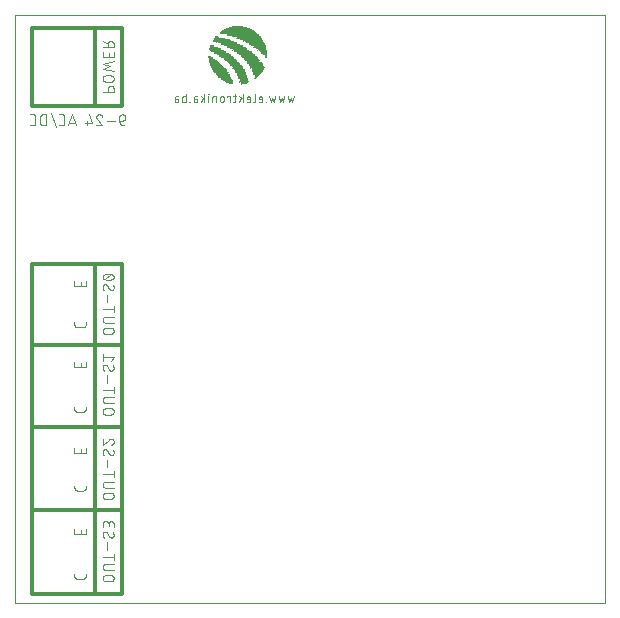
<source format=gbo>
G04 EAGLE Gerber RS-274X export*
G75*
%MOMM*%
%FSLAX34Y34*%
%LPD*%
%INBottom Silkscreen*%
%IPPOS*%
%AMOC8*
5,1,8,0,0,1.08239X$1,22.5*%
G01*
%ADD10C,0.000000*%
%ADD11C,0.076200*%
%ADD12C,0.304800*%
%ADD13R,0.025400X0.012700*%
%ADD14R,0.088900X0.012700*%
%ADD15R,0.012700X0.012700*%
%ADD16R,0.152400X0.012700*%
%ADD17R,0.215900X0.012700*%
%ADD18R,0.063500X0.012700*%
%ADD19R,0.279400X0.012700*%
%ADD20R,0.127000X0.012700*%
%ADD21R,0.330200X0.012700*%
%ADD22R,0.165100X0.012700*%
%ADD23R,0.381000X0.012700*%
%ADD24R,0.431800X0.012700*%
%ADD25R,0.266700X0.012700*%
%ADD26R,0.457200X0.012700*%
%ADD27R,0.317500X0.012700*%
%ADD28R,0.495300X0.012700*%
%ADD29R,0.342900X0.012700*%
%ADD30R,0.533400X0.012700*%
%ADD31R,0.584200X0.012700*%
%ADD32R,0.419100X0.012700*%
%ADD33R,0.571500X0.012700*%
%ADD34R,0.444500X0.012700*%
%ADD35R,0.482600X0.012700*%
%ADD36R,0.508000X0.012700*%
%ADD37R,0.609600X0.012700*%
%ADD38R,0.038100X0.012700*%
%ADD39R,0.660400X0.012700*%
%ADD40R,0.596900X0.012700*%
%ADD41R,0.673100X0.012700*%
%ADD42R,0.647700X0.012700*%
%ADD43R,0.685800X0.012700*%
%ADD44R,0.723900X0.012700*%
%ADD45R,0.736600X0.012700*%
%ADD46R,0.749300X0.012700*%
%ADD47R,0.635000X0.012700*%
%ADD48R,0.762000X0.012700*%
%ADD49R,0.774700X0.012700*%
%ADD50R,0.787400X0.012700*%
%ADD51R,0.812800X0.012700*%
%ADD52R,0.825500X0.012700*%
%ADD53R,0.838200X0.012700*%
%ADD54R,0.863600X0.012700*%
%ADD55R,0.876300X0.012700*%
%ADD56R,0.901700X0.012700*%
%ADD57R,0.914400X0.012700*%
%ADD58R,0.927100X0.012700*%
%ADD59R,0.076200X0.012700*%
%ADD60R,0.952500X0.012700*%
%ADD61R,0.965200X0.012700*%
%ADD62R,0.101600X0.012700*%
%ADD63R,0.990600X0.012700*%
%ADD64R,0.114300X0.012700*%
%ADD65R,1.016000X0.012700*%
%ADD66R,0.139700X0.012700*%
%ADD67R,0.939800X0.012700*%
%ADD68R,0.177800X0.012700*%
%ADD69R,0.190500X0.012700*%
%ADD70R,0.203200X0.012700*%
%ADD71R,0.241300X0.012700*%
%ADD72R,0.254000X0.012700*%
%ADD73R,1.054100X0.012700*%
%ADD74R,1.041400X0.012700*%
%ADD75R,0.292100X0.012700*%
%ADD76R,0.304800X0.012700*%
%ADD77R,1.066800X0.012700*%
%ADD78R,1.092200X0.012700*%
%ADD79R,1.079500X0.012700*%
%ADD80R,0.355600X0.012700*%
%ADD81R,1.104900X0.012700*%
%ADD82R,0.368300X0.012700*%
%ADD83R,1.117600X0.012700*%
%ADD84R,1.130300X0.012700*%
%ADD85R,0.393700X0.012700*%
%ADD86R,1.143000X0.012700*%
%ADD87R,0.406400X0.012700*%
%ADD88R,0.050800X0.012700*%
%ADD89R,0.546100X0.012700*%
%ADD90R,0.622300X0.012700*%
%ADD91R,0.711200X0.012700*%
%ADD92R,0.698500X0.012700*%
%ADD93R,0.800100X0.012700*%
%ADD94R,0.889000X0.012700*%
%ADD95R,0.850900X0.012700*%
%ADD96R,0.977900X0.012700*%
%ADD97R,1.028700X0.012700*%
%ADD98R,1.003300X0.012700*%
%ADD99R,1.193800X0.012700*%
%ADD100R,0.469900X0.012700*%
%ADD101R,1.155700X0.012700*%
%ADD102R,1.168400X0.012700*%
%ADD103R,1.206500X0.012700*%
%ADD104R,1.181100X0.012700*%
%ADD105R,1.219200X0.012700*%
%ADD106R,0.228600X0.012700*%
%ADD107R,1.270000X0.012700*%
%ADD108R,1.244600X0.012700*%
%ADD109R,1.231900X0.012700*%
%ADD110R,1.282700X0.012700*%
%ADD111R,0.558800X0.012700*%
%ADD112R,1.257300X0.012700*%
%ADD113R,1.295400X0.012700*%
%ADD114R,1.358900X0.012700*%
%ADD115R,1.333500X0.012700*%
%ADD116R,1.346200X0.012700*%
%ADD117R,1.308100X0.012700*%
%ADD118R,1.320800X0.012700*%
%ADD119R,1.384300X0.012700*%
%ADD120R,1.371600X0.012700*%
%ADD121R,1.447800X0.012700*%
%ADD122R,1.409700X0.012700*%
%ADD123R,1.422400X0.012700*%
%ADD124R,1.397000X0.012700*%
%ADD125R,1.574800X0.012700*%
%ADD126R,1.612900X0.012700*%
%ADD127R,1.600200X0.012700*%
%ADD128R,1.562100X0.012700*%
%ADD129R,1.549400X0.012700*%
%ADD130R,1.587500X0.012700*%
%ADD131R,1.841500X0.012700*%
%ADD132R,1.828800X0.012700*%
%ADD133R,1.790700X0.012700*%
%ADD134R,1.778000X0.012700*%
%ADD135R,1.752600X0.012700*%
%ADD136R,1.765300X0.012700*%
%ADD137R,1.803400X0.012700*%
%ADD138R,1.993900X0.012700*%
%ADD139R,2.070100X0.012700*%
%ADD140R,2.032000X0.012700*%
%ADD141R,2.019300X0.012700*%
%ADD142R,2.006600X0.012700*%
%ADD143R,2.057400X0.012700*%
%ADD144R,2.197100X0.012700*%
%ADD145R,2.349500X0.012700*%
%ADD146R,2.324100X0.012700*%
%ADD147R,2.298700X0.012700*%
%ADD148R,2.286000X0.012700*%
%ADD149R,2.273300X0.012700*%
%ADD150R,2.260600X0.012700*%
%ADD151R,2.679700X0.012700*%
%ADD152R,2.641600X0.012700*%
%ADD153R,2.603500X0.012700*%
%ADD154R,2.590800X0.012700*%
%ADD155R,2.578100X0.012700*%
%ADD156R,2.552700X0.012700*%
%ADD157R,2.565400X0.012700*%
%ADD158R,2.933700X0.012700*%
%ADD159R,3.035300X0.012700*%
%ADD160R,3.048000X0.012700*%
%ADD161R,3.022600X0.012700*%
%ADD162R,3.009900X0.012700*%
%ADD163R,2.997200X0.012700*%
%ADD164R,2.971800X0.012700*%
%ADD165R,2.959100X0.012700*%
%ADD166R,2.946400X0.012700*%
%ADD167R,2.895600X0.012700*%
%ADD168R,2.870200X0.012700*%
%ADD169R,2.832100X0.012700*%
%ADD170R,2.794000X0.012700*%
%ADD171R,2.755900X0.012700*%
%ADD172R,2.717800X0.012700*%
%ADD173R,2.692400X0.012700*%
%ADD174R,2.514600X0.012700*%
%ADD175R,2.476500X0.012700*%
%ADD176R,2.438400X0.012700*%
%ADD177R,2.387600X0.012700*%
%ADD178R,2.336800X0.012700*%
%ADD179R,2.184400X0.012700*%
%ADD180R,2.159000X0.012700*%
%ADD181R,2.095500X0.012700*%
%ADD182R,1.981200X0.012700*%
%ADD183R,1.930400X0.012700*%
%ADD184R,1.854200X0.012700*%
%ADD185R,1.727200X0.012700*%
%ADD186R,1.663700X0.012700*%
%ADD187R,1.511300X0.012700*%
%ADD188R,1.435100X0.012700*%


D10*
X0Y0D02*
X499938Y0D01*
X499938Y498375D01*
X0Y498375D01*
X0Y0D01*
D11*
X234929Y424244D02*
X236157Y429154D01*
X233701Y427517D02*
X234929Y424244D01*
X232474Y424244D02*
X233701Y427517D01*
X231246Y429154D02*
X232474Y424244D01*
X227126Y424244D02*
X228354Y429154D01*
X225898Y427517D02*
X227126Y424244D01*
X224671Y424244D02*
X225898Y427517D01*
X223443Y429154D02*
X224671Y424244D01*
X219323Y424244D02*
X220551Y429154D01*
X218096Y427517D02*
X219323Y424244D01*
X216868Y424244D02*
X218096Y427517D01*
X215640Y429154D02*
X216868Y424244D01*
X212936Y424244D02*
X212936Y424653D01*
X212526Y424653D01*
X212526Y424244D01*
X212936Y424244D01*
X208507Y424244D02*
X206461Y424244D01*
X208507Y424243D02*
X208576Y424245D01*
X208644Y424251D01*
X208713Y424260D01*
X208780Y424274D01*
X208847Y424291D01*
X208913Y424312D01*
X208977Y424336D01*
X209040Y424365D01*
X209101Y424396D01*
X209160Y424431D01*
X209218Y424469D01*
X209273Y424511D01*
X209325Y424555D01*
X209375Y424603D01*
X209423Y424653D01*
X209467Y424705D01*
X209509Y424760D01*
X209547Y424818D01*
X209582Y424877D01*
X209613Y424938D01*
X209642Y425001D01*
X209666Y425065D01*
X209687Y425131D01*
X209704Y425198D01*
X209718Y425265D01*
X209727Y425334D01*
X209733Y425402D01*
X209735Y425471D01*
X209735Y427517D01*
X209733Y427596D01*
X209727Y427675D01*
X209718Y427754D01*
X209705Y427832D01*
X209687Y427909D01*
X209667Y427985D01*
X209642Y428060D01*
X209614Y428134D01*
X209583Y428207D01*
X209547Y428278D01*
X209509Y428347D01*
X209467Y428414D01*
X209422Y428479D01*
X209374Y428542D01*
X209323Y428603D01*
X209269Y428660D01*
X209213Y428716D01*
X209154Y428768D01*
X209092Y428818D01*
X209028Y428864D01*
X208962Y428908D01*
X208894Y428948D01*
X208824Y428984D01*
X208752Y429018D01*
X208678Y429048D01*
X208604Y429074D01*
X208528Y429097D01*
X208451Y429115D01*
X208374Y429131D01*
X208295Y429142D01*
X208217Y429150D01*
X208138Y429154D01*
X208058Y429154D01*
X207979Y429150D01*
X207901Y429142D01*
X207822Y429131D01*
X207745Y429115D01*
X207668Y429097D01*
X207592Y429074D01*
X207518Y429048D01*
X207444Y429018D01*
X207372Y428984D01*
X207302Y428948D01*
X207234Y428908D01*
X207168Y428864D01*
X207104Y428818D01*
X207042Y428768D01*
X206983Y428716D01*
X206927Y428660D01*
X206873Y428603D01*
X206822Y428542D01*
X206774Y428479D01*
X206729Y428414D01*
X206687Y428347D01*
X206649Y428278D01*
X206613Y428207D01*
X206582Y428134D01*
X206554Y428060D01*
X206529Y427985D01*
X206509Y427909D01*
X206491Y427832D01*
X206478Y427754D01*
X206469Y427675D01*
X206463Y427596D01*
X206461Y427517D01*
X206461Y426699D01*
X209735Y426699D01*
X203312Y425471D02*
X203312Y431610D01*
X203313Y425471D02*
X203311Y425402D01*
X203305Y425334D01*
X203296Y425265D01*
X203282Y425198D01*
X203265Y425131D01*
X203244Y425065D01*
X203220Y425001D01*
X203191Y424938D01*
X203160Y424877D01*
X203125Y424818D01*
X203087Y424760D01*
X203045Y424705D01*
X203001Y424653D01*
X202953Y424603D01*
X202903Y424555D01*
X202851Y424511D01*
X202796Y424470D01*
X202738Y424431D01*
X202679Y424396D01*
X202618Y424365D01*
X202555Y424336D01*
X202491Y424312D01*
X202425Y424291D01*
X202358Y424274D01*
X202291Y424260D01*
X202223Y424251D01*
X202154Y424245D01*
X202085Y424243D01*
X198266Y424244D02*
X196220Y424244D01*
X198266Y424243D02*
X198335Y424245D01*
X198403Y424251D01*
X198472Y424260D01*
X198539Y424274D01*
X198606Y424291D01*
X198672Y424312D01*
X198736Y424336D01*
X198799Y424365D01*
X198860Y424396D01*
X198919Y424431D01*
X198977Y424469D01*
X199032Y424511D01*
X199084Y424555D01*
X199134Y424603D01*
X199182Y424653D01*
X199226Y424705D01*
X199268Y424760D01*
X199306Y424818D01*
X199341Y424877D01*
X199372Y424938D01*
X199401Y425001D01*
X199425Y425065D01*
X199446Y425131D01*
X199463Y425198D01*
X199477Y425265D01*
X199486Y425334D01*
X199492Y425402D01*
X199494Y425471D01*
X199494Y427517D01*
X199492Y427596D01*
X199486Y427675D01*
X199477Y427754D01*
X199464Y427832D01*
X199446Y427909D01*
X199426Y427985D01*
X199401Y428060D01*
X199373Y428134D01*
X199342Y428207D01*
X199306Y428278D01*
X199268Y428347D01*
X199226Y428414D01*
X199181Y428479D01*
X199133Y428542D01*
X199082Y428603D01*
X199028Y428660D01*
X198972Y428716D01*
X198913Y428768D01*
X198851Y428818D01*
X198787Y428864D01*
X198721Y428908D01*
X198653Y428948D01*
X198583Y428984D01*
X198511Y429018D01*
X198437Y429048D01*
X198363Y429074D01*
X198287Y429097D01*
X198210Y429115D01*
X198133Y429131D01*
X198054Y429142D01*
X197976Y429150D01*
X197897Y429154D01*
X197817Y429154D01*
X197738Y429150D01*
X197660Y429142D01*
X197581Y429131D01*
X197504Y429115D01*
X197427Y429097D01*
X197351Y429074D01*
X197277Y429048D01*
X197203Y429018D01*
X197131Y428984D01*
X197061Y428948D01*
X196993Y428908D01*
X196927Y428864D01*
X196863Y428818D01*
X196801Y428768D01*
X196742Y428716D01*
X196686Y428660D01*
X196632Y428603D01*
X196581Y428542D01*
X196533Y428479D01*
X196488Y428414D01*
X196446Y428347D01*
X196408Y428278D01*
X196372Y428207D01*
X196341Y428134D01*
X196313Y428060D01*
X196288Y427985D01*
X196268Y427909D01*
X196250Y427832D01*
X196237Y427754D01*
X196228Y427675D01*
X196222Y427596D01*
X196220Y427517D01*
X196220Y426699D01*
X199494Y426699D01*
X192816Y424244D02*
X192816Y431610D01*
X189542Y429154D02*
X192816Y426699D01*
X191384Y427722D02*
X189542Y424244D01*
X187445Y429154D02*
X184989Y429154D01*
X186626Y431610D02*
X186626Y425471D01*
X186624Y425402D01*
X186618Y425334D01*
X186609Y425265D01*
X186595Y425198D01*
X186578Y425131D01*
X186557Y425065D01*
X186533Y425001D01*
X186504Y424938D01*
X186473Y424877D01*
X186438Y424818D01*
X186400Y424760D01*
X186358Y424705D01*
X186314Y424653D01*
X186266Y424603D01*
X186216Y424555D01*
X186164Y424511D01*
X186109Y424470D01*
X186051Y424431D01*
X185992Y424396D01*
X185931Y424365D01*
X185868Y424336D01*
X185804Y424312D01*
X185738Y424291D01*
X185671Y424274D01*
X185604Y424260D01*
X185536Y424251D01*
X185467Y424245D01*
X185398Y424243D01*
X185398Y424244D02*
X184989Y424244D01*
X181891Y424244D02*
X181891Y429154D01*
X179436Y429154D01*
X179436Y428336D01*
X177061Y427517D02*
X177061Y425880D01*
X177061Y427517D02*
X177059Y427596D01*
X177053Y427675D01*
X177044Y427754D01*
X177031Y427832D01*
X177013Y427909D01*
X176993Y427985D01*
X176968Y428060D01*
X176940Y428134D01*
X176909Y428207D01*
X176873Y428278D01*
X176835Y428347D01*
X176793Y428414D01*
X176748Y428479D01*
X176700Y428542D01*
X176649Y428603D01*
X176595Y428660D01*
X176539Y428716D01*
X176480Y428768D01*
X176418Y428818D01*
X176354Y428864D01*
X176288Y428908D01*
X176220Y428948D01*
X176150Y428984D01*
X176078Y429018D01*
X176004Y429048D01*
X175930Y429074D01*
X175854Y429097D01*
X175777Y429115D01*
X175700Y429131D01*
X175621Y429142D01*
X175543Y429150D01*
X175464Y429154D01*
X175384Y429154D01*
X175305Y429150D01*
X175227Y429142D01*
X175148Y429131D01*
X175071Y429115D01*
X174994Y429097D01*
X174918Y429074D01*
X174844Y429048D01*
X174770Y429018D01*
X174698Y428984D01*
X174628Y428948D01*
X174560Y428908D01*
X174494Y428864D01*
X174430Y428818D01*
X174368Y428768D01*
X174309Y428716D01*
X174253Y428660D01*
X174199Y428603D01*
X174148Y428542D01*
X174100Y428479D01*
X174055Y428414D01*
X174013Y428347D01*
X173975Y428278D01*
X173939Y428207D01*
X173908Y428134D01*
X173880Y428060D01*
X173855Y427985D01*
X173835Y427909D01*
X173817Y427832D01*
X173804Y427754D01*
X173795Y427675D01*
X173789Y427596D01*
X173787Y427517D01*
X173787Y425880D01*
X173789Y425801D01*
X173795Y425722D01*
X173804Y425643D01*
X173817Y425565D01*
X173835Y425488D01*
X173855Y425412D01*
X173880Y425337D01*
X173908Y425263D01*
X173939Y425190D01*
X173975Y425119D01*
X174013Y425050D01*
X174055Y424983D01*
X174100Y424918D01*
X174148Y424855D01*
X174199Y424794D01*
X174253Y424737D01*
X174309Y424681D01*
X174368Y424629D01*
X174430Y424579D01*
X174494Y424533D01*
X174560Y424489D01*
X174628Y424449D01*
X174698Y424413D01*
X174770Y424379D01*
X174844Y424349D01*
X174918Y424323D01*
X174994Y424300D01*
X175071Y424282D01*
X175148Y424266D01*
X175227Y424255D01*
X175305Y424247D01*
X175384Y424243D01*
X175464Y424243D01*
X175543Y424247D01*
X175621Y424255D01*
X175700Y424266D01*
X175777Y424282D01*
X175854Y424300D01*
X175930Y424323D01*
X176004Y424349D01*
X176078Y424379D01*
X176150Y424413D01*
X176220Y424449D01*
X176288Y424489D01*
X176354Y424533D01*
X176418Y424579D01*
X176480Y424629D01*
X176539Y424681D01*
X176595Y424737D01*
X176649Y424794D01*
X176700Y424855D01*
X176748Y424918D01*
X176793Y424983D01*
X176835Y425050D01*
X176873Y425119D01*
X176909Y425190D01*
X176940Y425263D01*
X176968Y425337D01*
X176993Y425412D01*
X177013Y425488D01*
X177031Y425565D01*
X177044Y425643D01*
X177053Y425722D01*
X177059Y425801D01*
X177061Y425880D01*
X170477Y424244D02*
X170477Y429154D01*
X168431Y429154D01*
X168362Y429152D01*
X168294Y429146D01*
X168225Y429137D01*
X168158Y429123D01*
X168091Y429106D01*
X168025Y429085D01*
X167961Y429061D01*
X167898Y429032D01*
X167837Y429001D01*
X167778Y428966D01*
X167720Y428928D01*
X167665Y428886D01*
X167613Y428842D01*
X167563Y428794D01*
X167515Y428744D01*
X167471Y428692D01*
X167430Y428637D01*
X167391Y428579D01*
X167356Y428520D01*
X167325Y428459D01*
X167296Y428396D01*
X167272Y428332D01*
X167251Y428266D01*
X167234Y428199D01*
X167220Y428132D01*
X167211Y428064D01*
X167205Y427995D01*
X167203Y427926D01*
X167203Y427927D02*
X167203Y424244D01*
X163963Y424244D02*
X163963Y429154D01*
X164168Y431200D02*
X164168Y431610D01*
X163759Y431610D01*
X163759Y431200D01*
X164168Y431200D01*
X160629Y431610D02*
X160629Y424244D01*
X160629Y426699D02*
X157356Y429154D01*
X159197Y427722D02*
X157356Y424244D01*
X153236Y427108D02*
X151395Y427108D01*
X153236Y427108D02*
X153311Y427106D01*
X153386Y427100D01*
X153460Y427090D01*
X153534Y427077D01*
X153607Y427059D01*
X153679Y427038D01*
X153749Y427013D01*
X153818Y426984D01*
X153886Y426952D01*
X153952Y426916D01*
X154016Y426877D01*
X154078Y426835D01*
X154137Y426789D01*
X154194Y426740D01*
X154249Y426689D01*
X154300Y426634D01*
X154349Y426577D01*
X154395Y426518D01*
X154437Y426456D01*
X154476Y426392D01*
X154512Y426326D01*
X154544Y426258D01*
X154573Y426189D01*
X154598Y426119D01*
X154619Y426047D01*
X154637Y425974D01*
X154650Y425900D01*
X154660Y425826D01*
X154666Y425751D01*
X154668Y425676D01*
X154666Y425601D01*
X154660Y425526D01*
X154650Y425452D01*
X154637Y425378D01*
X154619Y425305D01*
X154598Y425233D01*
X154573Y425163D01*
X154544Y425094D01*
X154512Y425026D01*
X154476Y424960D01*
X154437Y424896D01*
X154395Y424834D01*
X154349Y424775D01*
X154300Y424718D01*
X154249Y424663D01*
X154194Y424612D01*
X154137Y424563D01*
X154078Y424517D01*
X154016Y424475D01*
X153952Y424436D01*
X153886Y424400D01*
X153818Y424368D01*
X153749Y424339D01*
X153679Y424314D01*
X153607Y424293D01*
X153534Y424275D01*
X153460Y424262D01*
X153386Y424252D01*
X153311Y424246D01*
X153236Y424244D01*
X151395Y424244D01*
X151395Y427927D01*
X151394Y427927D02*
X151396Y427996D01*
X151402Y428064D01*
X151411Y428133D01*
X151425Y428200D01*
X151442Y428267D01*
X151463Y428333D01*
X151487Y428397D01*
X151516Y428460D01*
X151547Y428521D01*
X151582Y428580D01*
X151620Y428638D01*
X151662Y428693D01*
X151706Y428745D01*
X151754Y428795D01*
X151804Y428843D01*
X151856Y428887D01*
X151911Y428929D01*
X151969Y428967D01*
X152028Y429002D01*
X152089Y429033D01*
X152152Y429062D01*
X152216Y429086D01*
X152282Y429107D01*
X152349Y429124D01*
X152416Y429138D01*
X152485Y429147D01*
X152553Y429153D01*
X152622Y429155D01*
X152622Y429154D02*
X154259Y429154D01*
X148318Y424653D02*
X148318Y424244D01*
X148318Y424653D02*
X147909Y424653D01*
X147909Y424244D01*
X148318Y424244D01*
X144833Y424244D02*
X144833Y431610D01*
X144833Y424244D02*
X142787Y424244D01*
X142787Y424243D02*
X142718Y424245D01*
X142650Y424251D01*
X142581Y424260D01*
X142514Y424274D01*
X142447Y424291D01*
X142381Y424312D01*
X142317Y424336D01*
X142254Y424365D01*
X142193Y424396D01*
X142134Y424431D01*
X142076Y424469D01*
X142021Y424511D01*
X141969Y424555D01*
X141919Y424603D01*
X141871Y424653D01*
X141827Y424705D01*
X141785Y424760D01*
X141747Y424818D01*
X141712Y424877D01*
X141681Y424938D01*
X141652Y425001D01*
X141628Y425065D01*
X141607Y425131D01*
X141590Y425198D01*
X141576Y425265D01*
X141567Y425334D01*
X141561Y425402D01*
X141559Y425471D01*
X141559Y427927D01*
X141561Y427996D01*
X141567Y428064D01*
X141576Y428133D01*
X141590Y428200D01*
X141607Y428267D01*
X141628Y428333D01*
X141652Y428397D01*
X141681Y428460D01*
X141712Y428521D01*
X141747Y428580D01*
X141785Y428638D01*
X141827Y428693D01*
X141871Y428745D01*
X141919Y428795D01*
X141969Y428843D01*
X142021Y428887D01*
X142076Y428929D01*
X142134Y428967D01*
X142193Y429002D01*
X142254Y429033D01*
X142317Y429062D01*
X142381Y429086D01*
X142447Y429107D01*
X142514Y429124D01*
X142581Y429138D01*
X142650Y429147D01*
X142718Y429153D01*
X142787Y429155D01*
X142787Y429154D02*
X144833Y429154D01*
X137143Y427108D02*
X135301Y427108D01*
X137143Y427108D02*
X137218Y427106D01*
X137293Y427100D01*
X137367Y427090D01*
X137441Y427077D01*
X137514Y427059D01*
X137586Y427038D01*
X137656Y427013D01*
X137725Y426984D01*
X137793Y426952D01*
X137859Y426916D01*
X137923Y426877D01*
X137985Y426835D01*
X138044Y426789D01*
X138101Y426740D01*
X138156Y426689D01*
X138207Y426634D01*
X138256Y426577D01*
X138302Y426518D01*
X138344Y426456D01*
X138383Y426392D01*
X138419Y426326D01*
X138451Y426258D01*
X138480Y426189D01*
X138505Y426119D01*
X138526Y426047D01*
X138544Y425974D01*
X138557Y425900D01*
X138567Y425826D01*
X138573Y425751D01*
X138575Y425676D01*
X138573Y425601D01*
X138567Y425526D01*
X138557Y425452D01*
X138544Y425378D01*
X138526Y425305D01*
X138505Y425233D01*
X138480Y425163D01*
X138451Y425094D01*
X138419Y425026D01*
X138383Y424960D01*
X138344Y424896D01*
X138302Y424834D01*
X138256Y424775D01*
X138207Y424718D01*
X138156Y424663D01*
X138101Y424612D01*
X138044Y424563D01*
X137985Y424517D01*
X137923Y424475D01*
X137859Y424436D01*
X137793Y424400D01*
X137725Y424368D01*
X137656Y424339D01*
X137586Y424314D01*
X137514Y424293D01*
X137441Y424275D01*
X137367Y424262D01*
X137293Y424252D01*
X137218Y424246D01*
X137143Y424244D01*
X135301Y424244D01*
X135301Y427927D01*
X135303Y427996D01*
X135309Y428064D01*
X135318Y428133D01*
X135332Y428200D01*
X135349Y428267D01*
X135370Y428333D01*
X135394Y428397D01*
X135423Y428460D01*
X135454Y428521D01*
X135489Y428580D01*
X135527Y428638D01*
X135569Y428693D01*
X135613Y428745D01*
X135661Y428795D01*
X135711Y428843D01*
X135763Y428887D01*
X135818Y428929D01*
X135876Y428967D01*
X135935Y429002D01*
X135996Y429033D01*
X136059Y429062D01*
X136123Y429086D01*
X136189Y429107D01*
X136256Y429124D01*
X136323Y429138D01*
X136392Y429147D01*
X136460Y429153D01*
X136529Y429155D01*
X136529Y429154D02*
X138166Y429154D01*
D12*
X14288Y287338D02*
X14288Y219075D01*
X14288Y149225D01*
X14288Y79375D01*
X14288Y7938D01*
X68263Y7938D01*
X90488Y7938D01*
X90488Y79375D01*
X90488Y149225D01*
X90488Y219075D01*
X90488Y287338D01*
X68263Y287338D01*
D11*
X50546Y272669D02*
X50546Y268492D01*
X59944Y268492D01*
X59944Y272669D01*
X55767Y271625D02*
X55767Y268492D01*
D12*
X68263Y287338D02*
X14288Y287338D01*
X14288Y219075D02*
X90488Y219075D01*
X90488Y149225D02*
X14288Y149225D01*
X14288Y79375D02*
X90488Y79375D01*
D11*
X50546Y235656D02*
X50546Y237744D01*
X50546Y235656D02*
X50548Y235567D01*
X50554Y235479D01*
X50563Y235391D01*
X50576Y235303D01*
X50593Y235216D01*
X50613Y235130D01*
X50638Y235045D01*
X50665Y234960D01*
X50697Y234877D01*
X50731Y234796D01*
X50770Y234716D01*
X50811Y234638D01*
X50856Y234561D01*
X50904Y234487D01*
X50955Y234414D01*
X51009Y234344D01*
X51067Y234277D01*
X51127Y234211D01*
X51189Y234149D01*
X51255Y234089D01*
X51322Y234031D01*
X51392Y233977D01*
X51465Y233926D01*
X51539Y233878D01*
X51616Y233833D01*
X51694Y233792D01*
X51774Y233753D01*
X51855Y233719D01*
X51938Y233687D01*
X52023Y233660D01*
X52108Y233635D01*
X52194Y233615D01*
X52281Y233598D01*
X52369Y233585D01*
X52457Y233576D01*
X52545Y233570D01*
X52634Y233568D01*
X52634Y233567D02*
X57856Y233567D01*
X57856Y233568D02*
X57947Y233570D01*
X58038Y233576D01*
X58129Y233586D01*
X58219Y233600D01*
X58308Y233617D01*
X58396Y233639D01*
X58484Y233665D01*
X58570Y233694D01*
X58655Y233727D01*
X58738Y233764D01*
X58820Y233804D01*
X58900Y233848D01*
X58978Y233895D01*
X59054Y233946D01*
X59127Y233999D01*
X59198Y234056D01*
X59267Y234117D01*
X59332Y234180D01*
X59395Y234245D01*
X59455Y234314D01*
X59513Y234385D01*
X59566Y234458D01*
X59617Y234534D01*
X59664Y234612D01*
X59708Y234692D01*
X59748Y234774D01*
X59785Y234857D01*
X59818Y234942D01*
X59847Y235028D01*
X59873Y235116D01*
X59895Y235204D01*
X59912Y235293D01*
X59926Y235383D01*
X59936Y235474D01*
X59942Y235565D01*
X59944Y235656D01*
X59944Y237744D01*
X76969Y228078D02*
X81146Y228078D01*
X81247Y228080D01*
X81348Y228086D01*
X81449Y228096D01*
X81549Y228109D01*
X81649Y228127D01*
X81748Y228148D01*
X81846Y228174D01*
X81943Y228203D01*
X82039Y228235D01*
X82133Y228272D01*
X82226Y228312D01*
X82318Y228356D01*
X82407Y228403D01*
X82495Y228454D01*
X82581Y228508D01*
X82664Y228565D01*
X82746Y228625D01*
X82824Y228689D01*
X82901Y228755D01*
X82974Y228825D01*
X83045Y228897D01*
X83113Y228972D01*
X83178Y229050D01*
X83240Y229130D01*
X83299Y229212D01*
X83355Y229297D01*
X83407Y229383D01*
X83456Y229472D01*
X83502Y229563D01*
X83543Y229655D01*
X83582Y229749D01*
X83616Y229844D01*
X83647Y229940D01*
X83674Y230038D01*
X83698Y230136D01*
X83717Y230236D01*
X83733Y230336D01*
X83745Y230436D01*
X83753Y230537D01*
X83757Y230638D01*
X83757Y230740D01*
X83753Y230841D01*
X83745Y230942D01*
X83733Y231042D01*
X83717Y231142D01*
X83698Y231242D01*
X83674Y231340D01*
X83647Y231438D01*
X83616Y231534D01*
X83582Y231629D01*
X83543Y231723D01*
X83502Y231815D01*
X83456Y231906D01*
X83407Y231994D01*
X83355Y232081D01*
X83299Y232166D01*
X83240Y232248D01*
X83178Y232328D01*
X83113Y232406D01*
X83045Y232481D01*
X82974Y232553D01*
X82901Y232623D01*
X82824Y232689D01*
X82746Y232753D01*
X82664Y232813D01*
X82581Y232870D01*
X82495Y232924D01*
X82407Y232975D01*
X82318Y233022D01*
X82226Y233066D01*
X82133Y233106D01*
X82039Y233143D01*
X81943Y233175D01*
X81846Y233204D01*
X81748Y233230D01*
X81649Y233251D01*
X81549Y233269D01*
X81449Y233282D01*
X81348Y233292D01*
X81247Y233298D01*
X81146Y233300D01*
X81146Y233299D02*
X76969Y233299D01*
X76969Y233300D02*
X76868Y233298D01*
X76767Y233292D01*
X76666Y233282D01*
X76566Y233269D01*
X76466Y233251D01*
X76367Y233230D01*
X76269Y233204D01*
X76172Y233175D01*
X76076Y233143D01*
X75982Y233106D01*
X75889Y233066D01*
X75797Y233022D01*
X75708Y232975D01*
X75620Y232924D01*
X75534Y232870D01*
X75451Y232813D01*
X75369Y232753D01*
X75291Y232689D01*
X75214Y232623D01*
X75141Y232553D01*
X75070Y232481D01*
X75002Y232406D01*
X74937Y232328D01*
X74875Y232248D01*
X74816Y232166D01*
X74760Y232081D01*
X74708Y231995D01*
X74659Y231906D01*
X74613Y231815D01*
X74572Y231723D01*
X74533Y231629D01*
X74499Y231534D01*
X74468Y231438D01*
X74441Y231340D01*
X74417Y231242D01*
X74398Y231142D01*
X74382Y231042D01*
X74370Y230942D01*
X74362Y230841D01*
X74358Y230740D01*
X74358Y230638D01*
X74362Y230537D01*
X74370Y230436D01*
X74382Y230336D01*
X74398Y230236D01*
X74417Y230136D01*
X74441Y230038D01*
X74468Y229940D01*
X74499Y229844D01*
X74533Y229749D01*
X74572Y229655D01*
X74613Y229563D01*
X74659Y229472D01*
X74708Y229384D01*
X74760Y229297D01*
X74816Y229212D01*
X74875Y229130D01*
X74937Y229050D01*
X75002Y228972D01*
X75070Y228897D01*
X75141Y228825D01*
X75214Y228755D01*
X75291Y228689D01*
X75369Y228625D01*
X75451Y228565D01*
X75534Y228508D01*
X75620Y228454D01*
X75708Y228403D01*
X75797Y228356D01*
X75889Y228312D01*
X75982Y228272D01*
X76076Y228235D01*
X76172Y228203D01*
X76269Y228174D01*
X76367Y228148D01*
X76466Y228127D01*
X76566Y228109D01*
X76666Y228096D01*
X76767Y228086D01*
X76868Y228080D01*
X76969Y228078D01*
X76969Y237527D02*
X83757Y237527D01*
X76969Y237526D02*
X76868Y237528D01*
X76767Y237534D01*
X76666Y237544D01*
X76566Y237557D01*
X76466Y237575D01*
X76367Y237596D01*
X76269Y237622D01*
X76172Y237651D01*
X76076Y237683D01*
X75982Y237720D01*
X75889Y237760D01*
X75797Y237804D01*
X75708Y237851D01*
X75620Y237902D01*
X75534Y237956D01*
X75451Y238013D01*
X75369Y238073D01*
X75291Y238137D01*
X75214Y238203D01*
X75141Y238273D01*
X75070Y238345D01*
X75002Y238420D01*
X74937Y238498D01*
X74875Y238578D01*
X74816Y238660D01*
X74760Y238745D01*
X74708Y238832D01*
X74659Y238920D01*
X74613Y239011D01*
X74572Y239103D01*
X74533Y239197D01*
X74499Y239292D01*
X74468Y239388D01*
X74441Y239486D01*
X74417Y239584D01*
X74398Y239684D01*
X74382Y239784D01*
X74370Y239884D01*
X74362Y239985D01*
X74358Y240086D01*
X74358Y240188D01*
X74362Y240289D01*
X74370Y240390D01*
X74382Y240490D01*
X74398Y240590D01*
X74417Y240690D01*
X74441Y240788D01*
X74468Y240886D01*
X74499Y240982D01*
X74533Y241077D01*
X74572Y241171D01*
X74613Y241263D01*
X74659Y241354D01*
X74708Y241443D01*
X74760Y241529D01*
X74816Y241614D01*
X74875Y241696D01*
X74937Y241776D01*
X75002Y241854D01*
X75070Y241929D01*
X75141Y242001D01*
X75214Y242071D01*
X75291Y242137D01*
X75369Y242201D01*
X75451Y242261D01*
X75534Y242318D01*
X75620Y242372D01*
X75708Y242423D01*
X75797Y242470D01*
X75889Y242514D01*
X75982Y242554D01*
X76076Y242591D01*
X76172Y242623D01*
X76269Y242652D01*
X76367Y242678D01*
X76466Y242699D01*
X76566Y242717D01*
X76666Y242730D01*
X76767Y242740D01*
X76868Y242746D01*
X76969Y242748D01*
X83757Y242748D01*
X83757Y248977D02*
X74359Y248977D01*
X83757Y246366D02*
X83757Y251587D01*
X78013Y254988D02*
X78013Y261253D01*
X74359Y268091D02*
X74361Y268180D01*
X74367Y268268D01*
X74376Y268356D01*
X74389Y268444D01*
X74406Y268531D01*
X74426Y268617D01*
X74451Y268702D01*
X74478Y268787D01*
X74510Y268870D01*
X74544Y268951D01*
X74583Y269031D01*
X74624Y269109D01*
X74669Y269186D01*
X74717Y269260D01*
X74768Y269333D01*
X74822Y269403D01*
X74880Y269470D01*
X74940Y269536D01*
X75002Y269598D01*
X75068Y269658D01*
X75135Y269716D01*
X75205Y269770D01*
X75278Y269821D01*
X75352Y269869D01*
X75429Y269914D01*
X75507Y269955D01*
X75587Y269994D01*
X75668Y270028D01*
X75751Y270060D01*
X75836Y270087D01*
X75921Y270112D01*
X76007Y270132D01*
X76094Y270149D01*
X76182Y270162D01*
X76270Y270171D01*
X76358Y270177D01*
X76447Y270179D01*
X74358Y268091D02*
X74360Y267962D01*
X74366Y267833D01*
X74375Y267704D01*
X74388Y267576D01*
X74405Y267448D01*
X74426Y267321D01*
X74450Y267194D01*
X74478Y267068D01*
X74510Y266943D01*
X74545Y266819D01*
X74584Y266696D01*
X74627Y266574D01*
X74673Y266454D01*
X74723Y266335D01*
X74776Y266217D01*
X74832Y266101D01*
X74892Y265987D01*
X74955Y265874D01*
X75022Y265764D01*
X75091Y265655D01*
X75164Y265549D01*
X75240Y265444D01*
X75319Y265342D01*
X75401Y265243D01*
X75485Y265145D01*
X75573Y265050D01*
X75663Y264958D01*
X81668Y265220D02*
X81757Y265222D01*
X81845Y265228D01*
X81933Y265237D01*
X82021Y265250D01*
X82108Y265267D01*
X82194Y265287D01*
X82279Y265312D01*
X82364Y265339D01*
X82447Y265371D01*
X82528Y265405D01*
X82608Y265444D01*
X82686Y265485D01*
X82763Y265530D01*
X82837Y265578D01*
X82910Y265629D01*
X82980Y265683D01*
X83047Y265741D01*
X83113Y265801D01*
X83175Y265863D01*
X83235Y265929D01*
X83293Y265996D01*
X83347Y266066D01*
X83398Y266139D01*
X83446Y266213D01*
X83491Y266290D01*
X83532Y266368D01*
X83571Y266448D01*
X83605Y266529D01*
X83637Y266612D01*
X83664Y266697D01*
X83689Y266782D01*
X83709Y266868D01*
X83726Y266955D01*
X83739Y267043D01*
X83748Y267131D01*
X83754Y267219D01*
X83756Y267308D01*
X83757Y267308D02*
X83755Y267428D01*
X83750Y267548D01*
X83740Y267668D01*
X83728Y267787D01*
X83711Y267906D01*
X83691Y268024D01*
X83667Y268142D01*
X83640Y268258D01*
X83609Y268374D01*
X83575Y268489D01*
X83537Y268603D01*
X83495Y268716D01*
X83450Y268827D01*
X83402Y268937D01*
X83351Y269045D01*
X83296Y269152D01*
X83238Y269257D01*
X83176Y269360D01*
X83112Y269461D01*
X83044Y269561D01*
X82974Y269658D01*
X79841Y266264D02*
X79889Y266186D01*
X79941Y266110D01*
X79995Y266037D01*
X80053Y265966D01*
X80114Y265897D01*
X80178Y265831D01*
X80245Y265768D01*
X80314Y265708D01*
X80386Y265651D01*
X80460Y265597D01*
X80537Y265547D01*
X80616Y265499D01*
X80696Y265456D01*
X80779Y265415D01*
X80863Y265379D01*
X80948Y265346D01*
X81035Y265317D01*
X81124Y265291D01*
X81213Y265269D01*
X81303Y265252D01*
X81393Y265238D01*
X81485Y265228D01*
X81576Y265222D01*
X81668Y265220D01*
X78274Y269136D02*
X78226Y269214D01*
X78174Y269290D01*
X78120Y269363D01*
X78062Y269434D01*
X78001Y269503D01*
X77937Y269569D01*
X77870Y269632D01*
X77801Y269692D01*
X77729Y269749D01*
X77655Y269803D01*
X77578Y269853D01*
X77499Y269901D01*
X77419Y269944D01*
X77336Y269985D01*
X77252Y270021D01*
X77167Y270054D01*
X77080Y270083D01*
X76991Y270109D01*
X76902Y270131D01*
X76812Y270148D01*
X76722Y270162D01*
X76630Y270172D01*
X76539Y270178D01*
X76447Y270180D01*
X78274Y269136D02*
X79841Y266264D01*
X79058Y273798D02*
X79243Y273800D01*
X79428Y273807D01*
X79612Y273818D01*
X79796Y273833D01*
X79980Y273853D01*
X80164Y273877D01*
X80346Y273906D01*
X80528Y273939D01*
X80709Y273976D01*
X80889Y274018D01*
X81069Y274064D01*
X81247Y274114D01*
X81423Y274168D01*
X81599Y274227D01*
X81773Y274289D01*
X81945Y274356D01*
X82116Y274427D01*
X82285Y274502D01*
X82452Y274581D01*
X82452Y274580D02*
X82532Y274610D01*
X82611Y274643D01*
X82688Y274680D01*
X82764Y274720D01*
X82838Y274763D01*
X82910Y274809D01*
X82979Y274859D01*
X83047Y274911D01*
X83112Y274967D01*
X83175Y275025D01*
X83234Y275087D01*
X83292Y275150D01*
X83346Y275217D01*
X83397Y275285D01*
X83445Y275356D01*
X83490Y275429D01*
X83532Y275503D01*
X83570Y275580D01*
X83605Y275658D01*
X83637Y275737D01*
X83665Y275818D01*
X83689Y275900D01*
X83710Y275984D01*
X83727Y276067D01*
X83740Y276152D01*
X83749Y276237D01*
X83755Y276322D01*
X83757Y276408D01*
X83755Y276494D01*
X83749Y276579D01*
X83740Y276664D01*
X83727Y276749D01*
X83710Y276832D01*
X83689Y276916D01*
X83665Y276998D01*
X83637Y277079D01*
X83605Y277158D01*
X83570Y277236D01*
X83532Y277313D01*
X83490Y277387D01*
X83445Y277460D01*
X83397Y277531D01*
X83346Y277599D01*
X83292Y277666D01*
X83234Y277729D01*
X83175Y277791D01*
X83112Y277849D01*
X83047Y277905D01*
X82979Y277957D01*
X82910Y278007D01*
X82838Y278053D01*
X82764Y278096D01*
X82688Y278136D01*
X82611Y278173D01*
X82532Y278206D01*
X82452Y278236D01*
X82285Y278315D01*
X82116Y278390D01*
X81945Y278461D01*
X81773Y278528D01*
X81599Y278590D01*
X81423Y278649D01*
X81247Y278703D01*
X81069Y278753D01*
X80889Y278799D01*
X80709Y278841D01*
X80528Y278878D01*
X80346Y278911D01*
X80164Y278940D01*
X79980Y278964D01*
X79796Y278984D01*
X79612Y278999D01*
X79428Y279010D01*
X79243Y279017D01*
X79058Y279019D01*
X79058Y273798D02*
X78873Y273800D01*
X78688Y273807D01*
X78504Y273818D01*
X78320Y273833D01*
X78136Y273853D01*
X77952Y273877D01*
X77770Y273906D01*
X77588Y273939D01*
X77407Y273976D01*
X77227Y274018D01*
X77047Y274064D01*
X76869Y274114D01*
X76693Y274168D01*
X76517Y274227D01*
X76343Y274289D01*
X76171Y274356D01*
X76000Y274427D01*
X75831Y274502D01*
X75664Y274581D01*
X75663Y274580D02*
X75583Y274610D01*
X75504Y274643D01*
X75427Y274680D01*
X75351Y274720D01*
X75277Y274763D01*
X75205Y274809D01*
X75136Y274859D01*
X75068Y274912D01*
X75003Y274967D01*
X74940Y275026D01*
X74881Y275087D01*
X74823Y275150D01*
X74769Y275217D01*
X74718Y275285D01*
X74670Y275356D01*
X74625Y275429D01*
X74583Y275503D01*
X74545Y275580D01*
X74510Y275658D01*
X74478Y275737D01*
X74450Y275818D01*
X74426Y275900D01*
X74405Y275984D01*
X74388Y276067D01*
X74375Y276152D01*
X74366Y276237D01*
X74360Y276322D01*
X74358Y276408D01*
X75664Y278236D02*
X75831Y278315D01*
X76000Y278390D01*
X76171Y278461D01*
X76343Y278528D01*
X76517Y278590D01*
X76693Y278649D01*
X76869Y278703D01*
X77047Y278753D01*
X77227Y278799D01*
X77407Y278841D01*
X77588Y278878D01*
X77770Y278911D01*
X77952Y278940D01*
X78136Y278964D01*
X78320Y278984D01*
X78504Y278999D01*
X78688Y279010D01*
X78873Y279017D01*
X79058Y279019D01*
X75663Y278236D02*
X75583Y278206D01*
X75504Y278173D01*
X75427Y278136D01*
X75351Y278096D01*
X75277Y278053D01*
X75205Y278007D01*
X75136Y277957D01*
X75068Y277905D01*
X75003Y277849D01*
X74940Y277791D01*
X74881Y277729D01*
X74823Y277666D01*
X74769Y277599D01*
X74718Y277531D01*
X74670Y277460D01*
X74625Y277387D01*
X74583Y277313D01*
X74545Y277236D01*
X74510Y277158D01*
X74478Y277079D01*
X74450Y276998D01*
X74426Y276916D01*
X74405Y276832D01*
X74388Y276749D01*
X74375Y276664D01*
X74366Y276579D01*
X74360Y276494D01*
X74358Y276408D01*
X76447Y274320D02*
X81668Y278497D01*
X50546Y204407D02*
X50546Y200230D01*
X59944Y200230D01*
X59944Y204407D01*
X55767Y203362D02*
X55767Y200230D01*
X50546Y166307D02*
X50546Y164218D01*
X50548Y164129D01*
X50554Y164041D01*
X50563Y163953D01*
X50576Y163865D01*
X50593Y163778D01*
X50613Y163692D01*
X50638Y163607D01*
X50665Y163522D01*
X50697Y163439D01*
X50731Y163358D01*
X50770Y163278D01*
X50811Y163200D01*
X50856Y163123D01*
X50904Y163049D01*
X50955Y162976D01*
X51009Y162906D01*
X51067Y162839D01*
X51127Y162773D01*
X51189Y162711D01*
X51255Y162651D01*
X51322Y162593D01*
X51392Y162539D01*
X51465Y162488D01*
X51539Y162440D01*
X51616Y162395D01*
X51694Y162354D01*
X51774Y162315D01*
X51855Y162281D01*
X51938Y162249D01*
X52023Y162222D01*
X52108Y162197D01*
X52194Y162177D01*
X52281Y162160D01*
X52369Y162147D01*
X52457Y162138D01*
X52545Y162132D01*
X52634Y162130D01*
X57856Y162130D01*
X57947Y162132D01*
X58038Y162138D01*
X58129Y162148D01*
X58219Y162162D01*
X58308Y162179D01*
X58396Y162201D01*
X58484Y162227D01*
X58570Y162256D01*
X58655Y162289D01*
X58738Y162326D01*
X58820Y162366D01*
X58900Y162410D01*
X58978Y162457D01*
X59054Y162508D01*
X59127Y162561D01*
X59198Y162618D01*
X59267Y162679D01*
X59332Y162742D01*
X59395Y162807D01*
X59455Y162876D01*
X59513Y162947D01*
X59566Y163020D01*
X59617Y163096D01*
X59664Y163174D01*
X59708Y163254D01*
X59748Y163336D01*
X59785Y163419D01*
X59818Y163504D01*
X59847Y163590D01*
X59873Y163678D01*
X59895Y163766D01*
X59912Y163855D01*
X59926Y163945D01*
X59936Y164036D01*
X59942Y164127D01*
X59944Y164218D01*
X59944Y166307D01*
X50546Y131382D02*
X50546Y127205D01*
X59944Y127205D01*
X59944Y131382D01*
X55767Y130337D02*
X55767Y127205D01*
X50546Y99632D02*
X50546Y97543D01*
X50548Y97454D01*
X50554Y97366D01*
X50563Y97278D01*
X50576Y97190D01*
X50593Y97103D01*
X50613Y97017D01*
X50638Y96932D01*
X50665Y96847D01*
X50697Y96764D01*
X50731Y96683D01*
X50770Y96603D01*
X50811Y96525D01*
X50856Y96448D01*
X50904Y96374D01*
X50955Y96301D01*
X51009Y96231D01*
X51067Y96164D01*
X51127Y96098D01*
X51189Y96036D01*
X51255Y95976D01*
X51322Y95918D01*
X51392Y95864D01*
X51465Y95813D01*
X51539Y95765D01*
X51616Y95720D01*
X51694Y95679D01*
X51774Y95640D01*
X51855Y95606D01*
X51938Y95574D01*
X52023Y95547D01*
X52108Y95522D01*
X52194Y95502D01*
X52281Y95485D01*
X52369Y95472D01*
X52457Y95463D01*
X52545Y95457D01*
X52634Y95455D01*
X57856Y95455D01*
X57947Y95457D01*
X58038Y95463D01*
X58129Y95473D01*
X58219Y95487D01*
X58308Y95504D01*
X58396Y95526D01*
X58484Y95552D01*
X58570Y95581D01*
X58655Y95614D01*
X58738Y95651D01*
X58820Y95691D01*
X58900Y95735D01*
X58978Y95782D01*
X59054Y95833D01*
X59127Y95886D01*
X59198Y95943D01*
X59267Y96004D01*
X59332Y96067D01*
X59395Y96132D01*
X59455Y96201D01*
X59513Y96272D01*
X59566Y96345D01*
X59617Y96421D01*
X59664Y96499D01*
X59708Y96579D01*
X59748Y96661D01*
X59785Y96744D01*
X59818Y96829D01*
X59847Y96915D01*
X59873Y97003D01*
X59895Y97091D01*
X59912Y97180D01*
X59926Y97270D01*
X59936Y97361D01*
X59942Y97452D01*
X59944Y97543D01*
X59944Y99632D01*
X50546Y63119D02*
X50546Y58942D01*
X59944Y58942D01*
X59944Y63119D01*
X55767Y62075D02*
X55767Y58942D01*
X50546Y25019D02*
X50546Y22931D01*
X50548Y22842D01*
X50554Y22754D01*
X50563Y22666D01*
X50576Y22578D01*
X50593Y22491D01*
X50613Y22405D01*
X50638Y22320D01*
X50665Y22235D01*
X50697Y22152D01*
X50731Y22071D01*
X50770Y21991D01*
X50811Y21913D01*
X50856Y21836D01*
X50904Y21762D01*
X50955Y21689D01*
X51009Y21619D01*
X51067Y21552D01*
X51127Y21486D01*
X51189Y21424D01*
X51255Y21364D01*
X51322Y21306D01*
X51392Y21252D01*
X51465Y21201D01*
X51539Y21153D01*
X51616Y21108D01*
X51694Y21067D01*
X51774Y21028D01*
X51855Y20994D01*
X51938Y20962D01*
X52023Y20935D01*
X52108Y20910D01*
X52194Y20890D01*
X52281Y20873D01*
X52369Y20860D01*
X52457Y20851D01*
X52545Y20845D01*
X52634Y20843D01*
X52634Y20842D02*
X57856Y20842D01*
X57856Y20843D02*
X57947Y20845D01*
X58038Y20851D01*
X58129Y20861D01*
X58219Y20875D01*
X58308Y20892D01*
X58396Y20914D01*
X58484Y20940D01*
X58570Y20969D01*
X58655Y21002D01*
X58738Y21039D01*
X58820Y21079D01*
X58900Y21123D01*
X58978Y21170D01*
X59054Y21221D01*
X59127Y21274D01*
X59198Y21331D01*
X59267Y21392D01*
X59332Y21455D01*
X59395Y21520D01*
X59455Y21589D01*
X59513Y21660D01*
X59566Y21733D01*
X59617Y21809D01*
X59664Y21887D01*
X59708Y21967D01*
X59748Y22049D01*
X59785Y22132D01*
X59818Y22217D01*
X59847Y22303D01*
X59873Y22391D01*
X59895Y22479D01*
X59912Y22568D01*
X59926Y22658D01*
X59936Y22749D01*
X59942Y22840D01*
X59944Y22931D01*
X59944Y25019D01*
X76969Y159816D02*
X81146Y159816D01*
X81146Y159815D02*
X81247Y159817D01*
X81348Y159823D01*
X81449Y159833D01*
X81549Y159846D01*
X81649Y159864D01*
X81748Y159885D01*
X81846Y159911D01*
X81943Y159940D01*
X82039Y159972D01*
X82133Y160009D01*
X82226Y160049D01*
X82318Y160093D01*
X82407Y160140D01*
X82495Y160191D01*
X82581Y160245D01*
X82664Y160302D01*
X82746Y160362D01*
X82824Y160426D01*
X82901Y160492D01*
X82974Y160562D01*
X83045Y160634D01*
X83113Y160709D01*
X83178Y160787D01*
X83240Y160867D01*
X83299Y160949D01*
X83355Y161034D01*
X83407Y161120D01*
X83456Y161209D01*
X83502Y161300D01*
X83543Y161392D01*
X83582Y161486D01*
X83616Y161581D01*
X83647Y161677D01*
X83674Y161775D01*
X83698Y161873D01*
X83717Y161973D01*
X83733Y162073D01*
X83745Y162173D01*
X83753Y162274D01*
X83757Y162375D01*
X83757Y162477D01*
X83753Y162578D01*
X83745Y162679D01*
X83733Y162779D01*
X83717Y162879D01*
X83698Y162979D01*
X83674Y163077D01*
X83647Y163175D01*
X83616Y163271D01*
X83582Y163366D01*
X83543Y163460D01*
X83502Y163552D01*
X83456Y163643D01*
X83407Y163731D01*
X83355Y163818D01*
X83299Y163903D01*
X83240Y163985D01*
X83178Y164065D01*
X83113Y164143D01*
X83045Y164218D01*
X82974Y164290D01*
X82901Y164360D01*
X82824Y164426D01*
X82746Y164490D01*
X82664Y164550D01*
X82581Y164607D01*
X82495Y164661D01*
X82407Y164712D01*
X82318Y164759D01*
X82226Y164803D01*
X82133Y164843D01*
X82039Y164880D01*
X81943Y164912D01*
X81846Y164941D01*
X81748Y164967D01*
X81649Y164988D01*
X81549Y165006D01*
X81449Y165019D01*
X81348Y165029D01*
X81247Y165035D01*
X81146Y165037D01*
X76969Y165037D01*
X76868Y165035D01*
X76767Y165029D01*
X76666Y165019D01*
X76566Y165006D01*
X76466Y164988D01*
X76367Y164967D01*
X76269Y164941D01*
X76172Y164912D01*
X76076Y164880D01*
X75982Y164843D01*
X75889Y164803D01*
X75797Y164759D01*
X75708Y164712D01*
X75620Y164661D01*
X75534Y164607D01*
X75451Y164550D01*
X75369Y164490D01*
X75291Y164426D01*
X75214Y164360D01*
X75141Y164290D01*
X75070Y164218D01*
X75002Y164143D01*
X74937Y164065D01*
X74875Y163985D01*
X74816Y163903D01*
X74760Y163818D01*
X74708Y163732D01*
X74659Y163643D01*
X74613Y163552D01*
X74572Y163460D01*
X74533Y163366D01*
X74499Y163271D01*
X74468Y163175D01*
X74441Y163077D01*
X74417Y162979D01*
X74398Y162879D01*
X74382Y162779D01*
X74370Y162679D01*
X74362Y162578D01*
X74358Y162477D01*
X74358Y162375D01*
X74362Y162274D01*
X74370Y162173D01*
X74382Y162073D01*
X74398Y161973D01*
X74417Y161873D01*
X74441Y161775D01*
X74468Y161677D01*
X74499Y161581D01*
X74533Y161486D01*
X74572Y161392D01*
X74613Y161300D01*
X74659Y161209D01*
X74708Y161121D01*
X74760Y161034D01*
X74816Y160949D01*
X74875Y160867D01*
X74937Y160787D01*
X75002Y160709D01*
X75070Y160634D01*
X75141Y160562D01*
X75214Y160492D01*
X75291Y160426D01*
X75369Y160362D01*
X75451Y160302D01*
X75534Y160245D01*
X75620Y160191D01*
X75708Y160140D01*
X75797Y160093D01*
X75889Y160049D01*
X75982Y160009D01*
X76076Y159972D01*
X76172Y159940D01*
X76269Y159911D01*
X76367Y159885D01*
X76466Y159864D01*
X76566Y159846D01*
X76666Y159833D01*
X76767Y159823D01*
X76868Y159817D01*
X76969Y159815D01*
X76969Y169264D02*
X83757Y169264D01*
X76969Y169264D02*
X76868Y169266D01*
X76767Y169272D01*
X76666Y169282D01*
X76566Y169295D01*
X76466Y169313D01*
X76367Y169334D01*
X76269Y169360D01*
X76172Y169389D01*
X76076Y169421D01*
X75982Y169458D01*
X75889Y169498D01*
X75797Y169542D01*
X75708Y169589D01*
X75620Y169640D01*
X75534Y169694D01*
X75451Y169751D01*
X75369Y169811D01*
X75291Y169875D01*
X75214Y169941D01*
X75141Y170011D01*
X75070Y170083D01*
X75002Y170158D01*
X74937Y170236D01*
X74875Y170316D01*
X74816Y170398D01*
X74760Y170483D01*
X74708Y170570D01*
X74659Y170658D01*
X74613Y170749D01*
X74572Y170841D01*
X74533Y170935D01*
X74499Y171030D01*
X74468Y171126D01*
X74441Y171224D01*
X74417Y171322D01*
X74398Y171422D01*
X74382Y171522D01*
X74370Y171622D01*
X74362Y171723D01*
X74358Y171824D01*
X74358Y171926D01*
X74362Y172027D01*
X74370Y172128D01*
X74382Y172228D01*
X74398Y172328D01*
X74417Y172428D01*
X74441Y172526D01*
X74468Y172624D01*
X74499Y172720D01*
X74533Y172815D01*
X74572Y172909D01*
X74613Y173001D01*
X74659Y173092D01*
X74708Y173181D01*
X74760Y173267D01*
X74816Y173352D01*
X74875Y173434D01*
X74937Y173514D01*
X75002Y173592D01*
X75070Y173667D01*
X75141Y173739D01*
X75214Y173809D01*
X75291Y173875D01*
X75369Y173939D01*
X75451Y173999D01*
X75534Y174056D01*
X75620Y174110D01*
X75708Y174161D01*
X75797Y174208D01*
X75889Y174252D01*
X75982Y174292D01*
X76076Y174329D01*
X76172Y174361D01*
X76269Y174390D01*
X76367Y174416D01*
X76466Y174437D01*
X76566Y174455D01*
X76666Y174468D01*
X76767Y174478D01*
X76868Y174484D01*
X76969Y174486D01*
X76969Y174485D02*
X83757Y174485D01*
X83757Y180714D02*
X74359Y180714D01*
X83757Y178104D02*
X83757Y183325D01*
X78013Y186725D02*
X78013Y192991D01*
X74359Y199829D02*
X74361Y199918D01*
X74367Y200006D01*
X74376Y200094D01*
X74389Y200182D01*
X74406Y200269D01*
X74426Y200355D01*
X74451Y200440D01*
X74478Y200525D01*
X74510Y200608D01*
X74544Y200689D01*
X74583Y200769D01*
X74624Y200847D01*
X74669Y200924D01*
X74717Y200998D01*
X74768Y201071D01*
X74822Y201141D01*
X74880Y201208D01*
X74940Y201274D01*
X75002Y201336D01*
X75068Y201396D01*
X75135Y201454D01*
X75205Y201508D01*
X75278Y201559D01*
X75352Y201607D01*
X75429Y201652D01*
X75507Y201693D01*
X75587Y201732D01*
X75668Y201766D01*
X75751Y201798D01*
X75836Y201825D01*
X75921Y201850D01*
X76007Y201870D01*
X76094Y201887D01*
X76182Y201900D01*
X76270Y201909D01*
X76358Y201915D01*
X76447Y201917D01*
X74358Y199829D02*
X74360Y199700D01*
X74366Y199571D01*
X74375Y199442D01*
X74388Y199314D01*
X74405Y199186D01*
X74426Y199059D01*
X74450Y198932D01*
X74478Y198806D01*
X74510Y198681D01*
X74545Y198557D01*
X74584Y198434D01*
X74627Y198312D01*
X74673Y198192D01*
X74723Y198073D01*
X74776Y197955D01*
X74832Y197839D01*
X74892Y197725D01*
X74955Y197612D01*
X75022Y197502D01*
X75091Y197393D01*
X75164Y197287D01*
X75240Y197182D01*
X75319Y197080D01*
X75401Y196981D01*
X75485Y196883D01*
X75573Y196788D01*
X75663Y196696D01*
X81668Y196958D02*
X81757Y196960D01*
X81845Y196966D01*
X81933Y196975D01*
X82021Y196988D01*
X82108Y197005D01*
X82194Y197025D01*
X82279Y197050D01*
X82364Y197077D01*
X82447Y197109D01*
X82528Y197143D01*
X82608Y197182D01*
X82686Y197223D01*
X82763Y197268D01*
X82837Y197316D01*
X82910Y197367D01*
X82980Y197421D01*
X83047Y197479D01*
X83113Y197539D01*
X83175Y197601D01*
X83235Y197667D01*
X83293Y197734D01*
X83347Y197804D01*
X83398Y197877D01*
X83446Y197951D01*
X83491Y198028D01*
X83532Y198106D01*
X83571Y198186D01*
X83605Y198267D01*
X83637Y198350D01*
X83664Y198435D01*
X83689Y198520D01*
X83709Y198606D01*
X83726Y198693D01*
X83739Y198781D01*
X83748Y198869D01*
X83754Y198957D01*
X83756Y199046D01*
X83757Y199046D02*
X83755Y199166D01*
X83750Y199286D01*
X83740Y199406D01*
X83728Y199525D01*
X83711Y199644D01*
X83691Y199762D01*
X83667Y199880D01*
X83640Y199996D01*
X83609Y200112D01*
X83575Y200227D01*
X83537Y200341D01*
X83495Y200454D01*
X83450Y200565D01*
X83402Y200675D01*
X83351Y200783D01*
X83296Y200890D01*
X83238Y200995D01*
X83176Y201098D01*
X83112Y201199D01*
X83044Y201299D01*
X82974Y201396D01*
X79841Y198001D02*
X79889Y197923D01*
X79941Y197847D01*
X79995Y197774D01*
X80053Y197703D01*
X80114Y197634D01*
X80178Y197568D01*
X80245Y197505D01*
X80314Y197445D01*
X80386Y197388D01*
X80460Y197334D01*
X80537Y197284D01*
X80616Y197236D01*
X80696Y197193D01*
X80779Y197152D01*
X80863Y197116D01*
X80948Y197083D01*
X81035Y197054D01*
X81124Y197028D01*
X81213Y197006D01*
X81303Y196989D01*
X81393Y196975D01*
X81485Y196965D01*
X81576Y196959D01*
X81668Y196957D01*
X78274Y200873D02*
X78226Y200951D01*
X78174Y201027D01*
X78120Y201100D01*
X78062Y201171D01*
X78001Y201240D01*
X77937Y201306D01*
X77870Y201369D01*
X77801Y201429D01*
X77729Y201486D01*
X77655Y201540D01*
X77578Y201590D01*
X77499Y201638D01*
X77419Y201681D01*
X77336Y201722D01*
X77252Y201758D01*
X77167Y201791D01*
X77080Y201820D01*
X76991Y201846D01*
X76902Y201868D01*
X76812Y201885D01*
X76722Y201899D01*
X76630Y201909D01*
X76539Y201915D01*
X76447Y201917D01*
X78274Y200873D02*
X79841Y198002D01*
X81668Y205535D02*
X83757Y208146D01*
X74359Y208146D01*
X74359Y205535D02*
X74359Y210757D01*
X76969Y88378D02*
X81146Y88378D01*
X81247Y88380D01*
X81348Y88386D01*
X81449Y88396D01*
X81549Y88409D01*
X81649Y88427D01*
X81748Y88448D01*
X81846Y88474D01*
X81943Y88503D01*
X82039Y88535D01*
X82133Y88572D01*
X82226Y88612D01*
X82318Y88656D01*
X82407Y88703D01*
X82495Y88754D01*
X82581Y88808D01*
X82664Y88865D01*
X82746Y88925D01*
X82824Y88989D01*
X82901Y89055D01*
X82974Y89125D01*
X83045Y89197D01*
X83113Y89272D01*
X83178Y89350D01*
X83240Y89430D01*
X83299Y89512D01*
X83355Y89597D01*
X83407Y89683D01*
X83456Y89772D01*
X83502Y89863D01*
X83543Y89955D01*
X83582Y90049D01*
X83616Y90144D01*
X83647Y90240D01*
X83674Y90338D01*
X83698Y90436D01*
X83717Y90536D01*
X83733Y90636D01*
X83745Y90736D01*
X83753Y90837D01*
X83757Y90938D01*
X83757Y91040D01*
X83753Y91141D01*
X83745Y91242D01*
X83733Y91342D01*
X83717Y91442D01*
X83698Y91542D01*
X83674Y91640D01*
X83647Y91738D01*
X83616Y91834D01*
X83582Y91929D01*
X83543Y92023D01*
X83502Y92115D01*
X83456Y92206D01*
X83407Y92294D01*
X83355Y92381D01*
X83299Y92466D01*
X83240Y92548D01*
X83178Y92628D01*
X83113Y92706D01*
X83045Y92781D01*
X82974Y92853D01*
X82901Y92923D01*
X82824Y92989D01*
X82746Y93053D01*
X82664Y93113D01*
X82581Y93170D01*
X82495Y93224D01*
X82407Y93275D01*
X82318Y93322D01*
X82226Y93366D01*
X82133Y93406D01*
X82039Y93443D01*
X81943Y93475D01*
X81846Y93504D01*
X81748Y93530D01*
X81649Y93551D01*
X81549Y93569D01*
X81449Y93582D01*
X81348Y93592D01*
X81247Y93598D01*
X81146Y93600D01*
X81146Y93599D02*
X76969Y93599D01*
X76969Y93600D02*
X76868Y93598D01*
X76767Y93592D01*
X76666Y93582D01*
X76566Y93569D01*
X76466Y93551D01*
X76367Y93530D01*
X76269Y93504D01*
X76172Y93475D01*
X76076Y93443D01*
X75982Y93406D01*
X75889Y93366D01*
X75797Y93322D01*
X75708Y93275D01*
X75620Y93224D01*
X75534Y93170D01*
X75451Y93113D01*
X75369Y93053D01*
X75291Y92989D01*
X75214Y92923D01*
X75141Y92853D01*
X75070Y92781D01*
X75002Y92706D01*
X74937Y92628D01*
X74875Y92548D01*
X74816Y92466D01*
X74760Y92381D01*
X74708Y92295D01*
X74659Y92206D01*
X74613Y92115D01*
X74572Y92023D01*
X74533Y91929D01*
X74499Y91834D01*
X74468Y91738D01*
X74441Y91640D01*
X74417Y91542D01*
X74398Y91442D01*
X74382Y91342D01*
X74370Y91242D01*
X74362Y91141D01*
X74358Y91040D01*
X74358Y90938D01*
X74362Y90837D01*
X74370Y90736D01*
X74382Y90636D01*
X74398Y90536D01*
X74417Y90436D01*
X74441Y90338D01*
X74468Y90240D01*
X74499Y90144D01*
X74533Y90049D01*
X74572Y89955D01*
X74613Y89863D01*
X74659Y89772D01*
X74708Y89684D01*
X74760Y89597D01*
X74816Y89512D01*
X74875Y89430D01*
X74937Y89350D01*
X75002Y89272D01*
X75070Y89197D01*
X75141Y89125D01*
X75214Y89055D01*
X75291Y88989D01*
X75369Y88925D01*
X75451Y88865D01*
X75534Y88808D01*
X75620Y88754D01*
X75708Y88703D01*
X75797Y88656D01*
X75889Y88612D01*
X75982Y88572D01*
X76076Y88535D01*
X76172Y88503D01*
X76269Y88474D01*
X76367Y88448D01*
X76466Y88427D01*
X76566Y88409D01*
X76666Y88396D01*
X76767Y88386D01*
X76868Y88380D01*
X76969Y88378D01*
X76969Y97827D02*
X83757Y97827D01*
X76969Y97826D02*
X76868Y97828D01*
X76767Y97834D01*
X76666Y97844D01*
X76566Y97857D01*
X76466Y97875D01*
X76367Y97896D01*
X76269Y97922D01*
X76172Y97951D01*
X76076Y97983D01*
X75982Y98020D01*
X75889Y98060D01*
X75797Y98104D01*
X75708Y98151D01*
X75620Y98202D01*
X75534Y98256D01*
X75451Y98313D01*
X75369Y98373D01*
X75291Y98437D01*
X75214Y98503D01*
X75141Y98573D01*
X75070Y98645D01*
X75002Y98720D01*
X74937Y98798D01*
X74875Y98878D01*
X74816Y98960D01*
X74760Y99045D01*
X74708Y99132D01*
X74659Y99220D01*
X74613Y99311D01*
X74572Y99403D01*
X74533Y99497D01*
X74499Y99592D01*
X74468Y99688D01*
X74441Y99786D01*
X74417Y99884D01*
X74398Y99984D01*
X74382Y100084D01*
X74370Y100184D01*
X74362Y100285D01*
X74358Y100386D01*
X74358Y100488D01*
X74362Y100589D01*
X74370Y100690D01*
X74382Y100790D01*
X74398Y100890D01*
X74417Y100990D01*
X74441Y101088D01*
X74468Y101186D01*
X74499Y101282D01*
X74533Y101377D01*
X74572Y101471D01*
X74613Y101563D01*
X74659Y101654D01*
X74708Y101743D01*
X74760Y101829D01*
X74816Y101914D01*
X74875Y101996D01*
X74937Y102076D01*
X75002Y102154D01*
X75070Y102229D01*
X75141Y102301D01*
X75214Y102371D01*
X75291Y102437D01*
X75369Y102501D01*
X75451Y102561D01*
X75534Y102618D01*
X75620Y102672D01*
X75708Y102723D01*
X75797Y102770D01*
X75889Y102814D01*
X75982Y102854D01*
X76076Y102891D01*
X76172Y102923D01*
X76269Y102952D01*
X76367Y102978D01*
X76466Y102999D01*
X76566Y103017D01*
X76666Y103030D01*
X76767Y103040D01*
X76868Y103046D01*
X76969Y103048D01*
X83757Y103048D01*
X83757Y109277D02*
X74359Y109277D01*
X83757Y106666D02*
X83757Y111887D01*
X78013Y115288D02*
X78013Y121553D01*
X74359Y128391D02*
X74361Y128480D01*
X74367Y128568D01*
X74376Y128656D01*
X74389Y128744D01*
X74406Y128831D01*
X74426Y128917D01*
X74451Y129002D01*
X74478Y129087D01*
X74510Y129170D01*
X74544Y129251D01*
X74583Y129331D01*
X74624Y129409D01*
X74669Y129486D01*
X74717Y129560D01*
X74768Y129633D01*
X74822Y129703D01*
X74880Y129770D01*
X74940Y129836D01*
X75002Y129898D01*
X75068Y129958D01*
X75135Y130016D01*
X75205Y130070D01*
X75278Y130121D01*
X75352Y130169D01*
X75429Y130214D01*
X75507Y130255D01*
X75587Y130294D01*
X75668Y130328D01*
X75751Y130360D01*
X75836Y130387D01*
X75921Y130412D01*
X76007Y130432D01*
X76094Y130449D01*
X76182Y130462D01*
X76270Y130471D01*
X76358Y130477D01*
X76447Y130479D01*
X74358Y128391D02*
X74360Y128262D01*
X74366Y128133D01*
X74375Y128004D01*
X74388Y127876D01*
X74405Y127748D01*
X74426Y127621D01*
X74450Y127494D01*
X74478Y127368D01*
X74510Y127243D01*
X74545Y127119D01*
X74584Y126996D01*
X74627Y126874D01*
X74673Y126754D01*
X74723Y126635D01*
X74776Y126517D01*
X74832Y126401D01*
X74892Y126287D01*
X74955Y126174D01*
X75022Y126064D01*
X75091Y125955D01*
X75164Y125849D01*
X75240Y125744D01*
X75319Y125642D01*
X75401Y125543D01*
X75485Y125445D01*
X75573Y125350D01*
X75663Y125258D01*
X81668Y125520D02*
X81757Y125522D01*
X81845Y125528D01*
X81933Y125537D01*
X82021Y125550D01*
X82108Y125567D01*
X82194Y125587D01*
X82279Y125612D01*
X82364Y125639D01*
X82447Y125671D01*
X82528Y125705D01*
X82608Y125744D01*
X82686Y125785D01*
X82763Y125830D01*
X82837Y125878D01*
X82910Y125929D01*
X82980Y125983D01*
X83047Y126041D01*
X83113Y126101D01*
X83175Y126163D01*
X83235Y126229D01*
X83293Y126296D01*
X83347Y126366D01*
X83398Y126439D01*
X83446Y126513D01*
X83491Y126590D01*
X83532Y126668D01*
X83571Y126748D01*
X83605Y126829D01*
X83637Y126912D01*
X83664Y126997D01*
X83689Y127082D01*
X83709Y127168D01*
X83726Y127255D01*
X83739Y127343D01*
X83748Y127431D01*
X83754Y127519D01*
X83756Y127608D01*
X83757Y127608D02*
X83755Y127728D01*
X83750Y127848D01*
X83740Y127968D01*
X83728Y128087D01*
X83711Y128206D01*
X83691Y128324D01*
X83667Y128442D01*
X83640Y128558D01*
X83609Y128674D01*
X83575Y128789D01*
X83537Y128903D01*
X83495Y129016D01*
X83450Y129127D01*
X83402Y129237D01*
X83351Y129345D01*
X83296Y129452D01*
X83238Y129557D01*
X83176Y129660D01*
X83112Y129761D01*
X83044Y129861D01*
X82974Y129958D01*
X79841Y126564D02*
X79889Y126486D01*
X79941Y126410D01*
X79995Y126337D01*
X80053Y126266D01*
X80114Y126197D01*
X80178Y126131D01*
X80245Y126068D01*
X80314Y126008D01*
X80386Y125951D01*
X80460Y125897D01*
X80537Y125847D01*
X80616Y125799D01*
X80696Y125756D01*
X80779Y125715D01*
X80863Y125679D01*
X80948Y125646D01*
X81035Y125617D01*
X81124Y125591D01*
X81213Y125569D01*
X81303Y125552D01*
X81393Y125538D01*
X81485Y125528D01*
X81576Y125522D01*
X81668Y125520D01*
X78274Y129436D02*
X78226Y129514D01*
X78174Y129590D01*
X78120Y129663D01*
X78062Y129734D01*
X78001Y129803D01*
X77937Y129869D01*
X77870Y129932D01*
X77801Y129992D01*
X77729Y130049D01*
X77655Y130103D01*
X77578Y130153D01*
X77499Y130201D01*
X77419Y130244D01*
X77336Y130285D01*
X77252Y130321D01*
X77167Y130354D01*
X77080Y130383D01*
X76991Y130409D01*
X76902Y130431D01*
X76812Y130448D01*
X76722Y130462D01*
X76630Y130472D01*
X76539Y130478D01*
X76447Y130480D01*
X78274Y129436D02*
X79841Y126564D01*
X83757Y136970D02*
X83755Y137065D01*
X83749Y137159D01*
X83740Y137253D01*
X83727Y137347D01*
X83710Y137440D01*
X83689Y137532D01*
X83664Y137624D01*
X83636Y137714D01*
X83604Y137803D01*
X83569Y137891D01*
X83530Y137977D01*
X83488Y138062D01*
X83442Y138145D01*
X83393Y138226D01*
X83341Y138305D01*
X83286Y138382D01*
X83227Y138456D01*
X83166Y138528D01*
X83102Y138598D01*
X83035Y138665D01*
X82965Y138729D01*
X82893Y138790D01*
X82819Y138849D01*
X82742Y138904D01*
X82663Y138956D01*
X82582Y139005D01*
X82499Y139051D01*
X82414Y139093D01*
X82328Y139132D01*
X82240Y139167D01*
X82151Y139199D01*
X82061Y139227D01*
X81969Y139252D01*
X81877Y139273D01*
X81784Y139290D01*
X81690Y139303D01*
X81596Y139312D01*
X81502Y139318D01*
X81407Y139320D01*
X83756Y136970D02*
X83754Y136862D01*
X83748Y136753D01*
X83738Y136645D01*
X83725Y136538D01*
X83707Y136431D01*
X83686Y136324D01*
X83661Y136219D01*
X83632Y136114D01*
X83600Y136011D01*
X83563Y135909D01*
X83523Y135808D01*
X83480Y135709D01*
X83433Y135611D01*
X83382Y135515D01*
X83328Y135421D01*
X83271Y135329D01*
X83210Y135239D01*
X83146Y135151D01*
X83080Y135066D01*
X83010Y134983D01*
X82937Y134903D01*
X82861Y134825D01*
X82783Y134750D01*
X82702Y134678D01*
X82618Y134609D01*
X82532Y134543D01*
X82444Y134480D01*
X82353Y134421D01*
X82261Y134364D01*
X82166Y134311D01*
X82070Y134262D01*
X81971Y134216D01*
X81872Y134173D01*
X81770Y134134D01*
X81668Y134099D01*
X79579Y138536D02*
X79648Y138605D01*
X79719Y138671D01*
X79792Y138735D01*
X79868Y138796D01*
X79947Y138854D01*
X80027Y138908D01*
X80110Y138960D01*
X80194Y139008D01*
X80280Y139054D01*
X80368Y139095D01*
X80458Y139134D01*
X80549Y139169D01*
X80641Y139200D01*
X80734Y139228D01*
X80828Y139252D01*
X80923Y139272D01*
X81019Y139289D01*
X81116Y139302D01*
X81213Y139311D01*
X81310Y139317D01*
X81407Y139319D01*
X79580Y138536D02*
X74359Y134098D01*
X74359Y139319D01*
X76969Y18528D02*
X81146Y18528D01*
X81247Y18530D01*
X81348Y18536D01*
X81449Y18546D01*
X81549Y18559D01*
X81649Y18577D01*
X81748Y18598D01*
X81846Y18624D01*
X81943Y18653D01*
X82039Y18685D01*
X82133Y18722D01*
X82226Y18762D01*
X82318Y18806D01*
X82407Y18853D01*
X82495Y18904D01*
X82581Y18958D01*
X82664Y19015D01*
X82746Y19075D01*
X82824Y19139D01*
X82901Y19205D01*
X82974Y19275D01*
X83045Y19347D01*
X83113Y19422D01*
X83178Y19500D01*
X83240Y19580D01*
X83299Y19662D01*
X83355Y19747D01*
X83407Y19833D01*
X83456Y19922D01*
X83502Y20013D01*
X83543Y20105D01*
X83582Y20199D01*
X83616Y20294D01*
X83647Y20390D01*
X83674Y20488D01*
X83698Y20586D01*
X83717Y20686D01*
X83733Y20786D01*
X83745Y20886D01*
X83753Y20987D01*
X83757Y21088D01*
X83757Y21190D01*
X83753Y21291D01*
X83745Y21392D01*
X83733Y21492D01*
X83717Y21592D01*
X83698Y21692D01*
X83674Y21790D01*
X83647Y21888D01*
X83616Y21984D01*
X83582Y22079D01*
X83543Y22173D01*
X83502Y22265D01*
X83456Y22356D01*
X83407Y22444D01*
X83355Y22531D01*
X83299Y22616D01*
X83240Y22698D01*
X83178Y22778D01*
X83113Y22856D01*
X83045Y22931D01*
X82974Y23003D01*
X82901Y23073D01*
X82824Y23139D01*
X82746Y23203D01*
X82664Y23263D01*
X82581Y23320D01*
X82495Y23374D01*
X82407Y23425D01*
X82318Y23472D01*
X82226Y23516D01*
X82133Y23556D01*
X82039Y23593D01*
X81943Y23625D01*
X81846Y23654D01*
X81748Y23680D01*
X81649Y23701D01*
X81549Y23719D01*
X81449Y23732D01*
X81348Y23742D01*
X81247Y23748D01*
X81146Y23750D01*
X81146Y23749D02*
X76969Y23749D01*
X76969Y23750D02*
X76868Y23748D01*
X76767Y23742D01*
X76666Y23732D01*
X76566Y23719D01*
X76466Y23701D01*
X76367Y23680D01*
X76269Y23654D01*
X76172Y23625D01*
X76076Y23593D01*
X75982Y23556D01*
X75889Y23516D01*
X75797Y23472D01*
X75708Y23425D01*
X75620Y23374D01*
X75534Y23320D01*
X75451Y23263D01*
X75369Y23203D01*
X75291Y23139D01*
X75214Y23073D01*
X75141Y23003D01*
X75070Y22931D01*
X75002Y22856D01*
X74937Y22778D01*
X74875Y22698D01*
X74816Y22616D01*
X74760Y22531D01*
X74708Y22445D01*
X74659Y22356D01*
X74613Y22265D01*
X74572Y22173D01*
X74533Y22079D01*
X74499Y21984D01*
X74468Y21888D01*
X74441Y21790D01*
X74417Y21692D01*
X74398Y21592D01*
X74382Y21492D01*
X74370Y21392D01*
X74362Y21291D01*
X74358Y21190D01*
X74358Y21088D01*
X74362Y20987D01*
X74370Y20886D01*
X74382Y20786D01*
X74398Y20686D01*
X74417Y20586D01*
X74441Y20488D01*
X74468Y20390D01*
X74499Y20294D01*
X74533Y20199D01*
X74572Y20105D01*
X74613Y20013D01*
X74659Y19922D01*
X74708Y19834D01*
X74760Y19747D01*
X74816Y19662D01*
X74875Y19580D01*
X74937Y19500D01*
X75002Y19422D01*
X75070Y19347D01*
X75141Y19275D01*
X75214Y19205D01*
X75291Y19139D01*
X75369Y19075D01*
X75451Y19015D01*
X75534Y18958D01*
X75620Y18904D01*
X75708Y18853D01*
X75797Y18806D01*
X75889Y18762D01*
X75982Y18722D01*
X76076Y18685D01*
X76172Y18653D01*
X76269Y18624D01*
X76367Y18598D01*
X76466Y18577D01*
X76566Y18559D01*
X76666Y18546D01*
X76767Y18536D01*
X76868Y18530D01*
X76969Y18528D01*
X76969Y27977D02*
X83757Y27977D01*
X76969Y27976D02*
X76868Y27978D01*
X76767Y27984D01*
X76666Y27994D01*
X76566Y28007D01*
X76466Y28025D01*
X76367Y28046D01*
X76269Y28072D01*
X76172Y28101D01*
X76076Y28133D01*
X75982Y28170D01*
X75889Y28210D01*
X75797Y28254D01*
X75708Y28301D01*
X75620Y28352D01*
X75534Y28406D01*
X75451Y28463D01*
X75369Y28523D01*
X75291Y28587D01*
X75214Y28653D01*
X75141Y28723D01*
X75070Y28795D01*
X75002Y28870D01*
X74937Y28948D01*
X74875Y29028D01*
X74816Y29110D01*
X74760Y29195D01*
X74708Y29282D01*
X74659Y29370D01*
X74613Y29461D01*
X74572Y29553D01*
X74533Y29647D01*
X74499Y29742D01*
X74468Y29838D01*
X74441Y29936D01*
X74417Y30034D01*
X74398Y30134D01*
X74382Y30234D01*
X74370Y30334D01*
X74362Y30435D01*
X74358Y30536D01*
X74358Y30638D01*
X74362Y30739D01*
X74370Y30840D01*
X74382Y30940D01*
X74398Y31040D01*
X74417Y31140D01*
X74441Y31238D01*
X74468Y31336D01*
X74499Y31432D01*
X74533Y31527D01*
X74572Y31621D01*
X74613Y31713D01*
X74659Y31804D01*
X74708Y31893D01*
X74760Y31979D01*
X74816Y32064D01*
X74875Y32146D01*
X74937Y32226D01*
X75002Y32304D01*
X75070Y32379D01*
X75141Y32451D01*
X75214Y32521D01*
X75291Y32587D01*
X75369Y32651D01*
X75451Y32711D01*
X75534Y32768D01*
X75620Y32822D01*
X75708Y32873D01*
X75797Y32920D01*
X75889Y32964D01*
X75982Y33004D01*
X76076Y33041D01*
X76172Y33073D01*
X76269Y33102D01*
X76367Y33128D01*
X76466Y33149D01*
X76566Y33167D01*
X76666Y33180D01*
X76767Y33190D01*
X76868Y33196D01*
X76969Y33198D01*
X83757Y33198D01*
X83757Y39427D02*
X74359Y39427D01*
X83757Y36816D02*
X83757Y42037D01*
X78013Y45438D02*
X78013Y51703D01*
X74359Y58541D02*
X74361Y58630D01*
X74367Y58718D01*
X74376Y58806D01*
X74389Y58894D01*
X74406Y58981D01*
X74426Y59067D01*
X74451Y59152D01*
X74478Y59237D01*
X74510Y59320D01*
X74544Y59401D01*
X74583Y59481D01*
X74624Y59559D01*
X74669Y59636D01*
X74717Y59710D01*
X74768Y59783D01*
X74822Y59853D01*
X74880Y59920D01*
X74940Y59986D01*
X75002Y60048D01*
X75068Y60108D01*
X75135Y60166D01*
X75205Y60220D01*
X75278Y60271D01*
X75352Y60319D01*
X75429Y60364D01*
X75507Y60405D01*
X75587Y60444D01*
X75668Y60478D01*
X75751Y60510D01*
X75836Y60537D01*
X75921Y60562D01*
X76007Y60582D01*
X76094Y60599D01*
X76182Y60612D01*
X76270Y60621D01*
X76358Y60627D01*
X76447Y60629D01*
X74358Y58541D02*
X74360Y58412D01*
X74366Y58283D01*
X74375Y58154D01*
X74388Y58026D01*
X74405Y57898D01*
X74426Y57771D01*
X74450Y57644D01*
X74478Y57518D01*
X74510Y57393D01*
X74545Y57269D01*
X74584Y57146D01*
X74627Y57024D01*
X74673Y56904D01*
X74723Y56785D01*
X74776Y56667D01*
X74832Y56551D01*
X74892Y56437D01*
X74955Y56324D01*
X75022Y56214D01*
X75091Y56105D01*
X75164Y55999D01*
X75240Y55894D01*
X75319Y55792D01*
X75401Y55693D01*
X75485Y55595D01*
X75573Y55500D01*
X75663Y55408D01*
X81668Y55670D02*
X81757Y55672D01*
X81845Y55678D01*
X81933Y55687D01*
X82021Y55700D01*
X82108Y55717D01*
X82194Y55737D01*
X82279Y55762D01*
X82364Y55789D01*
X82447Y55821D01*
X82528Y55855D01*
X82608Y55894D01*
X82686Y55935D01*
X82763Y55980D01*
X82837Y56028D01*
X82910Y56079D01*
X82980Y56133D01*
X83047Y56191D01*
X83113Y56251D01*
X83175Y56313D01*
X83235Y56379D01*
X83293Y56446D01*
X83347Y56516D01*
X83398Y56589D01*
X83446Y56663D01*
X83491Y56740D01*
X83532Y56818D01*
X83571Y56898D01*
X83605Y56979D01*
X83637Y57062D01*
X83664Y57147D01*
X83689Y57232D01*
X83709Y57318D01*
X83726Y57405D01*
X83739Y57493D01*
X83748Y57581D01*
X83754Y57669D01*
X83756Y57758D01*
X83757Y57758D02*
X83755Y57878D01*
X83750Y57998D01*
X83740Y58118D01*
X83728Y58237D01*
X83711Y58356D01*
X83691Y58474D01*
X83667Y58592D01*
X83640Y58708D01*
X83609Y58824D01*
X83575Y58939D01*
X83537Y59053D01*
X83495Y59166D01*
X83450Y59277D01*
X83402Y59387D01*
X83351Y59495D01*
X83296Y59602D01*
X83238Y59707D01*
X83176Y59810D01*
X83112Y59911D01*
X83044Y60011D01*
X82974Y60108D01*
X79841Y56714D02*
X79889Y56636D01*
X79941Y56560D01*
X79995Y56487D01*
X80053Y56416D01*
X80114Y56347D01*
X80178Y56281D01*
X80245Y56218D01*
X80314Y56158D01*
X80386Y56101D01*
X80460Y56047D01*
X80537Y55997D01*
X80616Y55949D01*
X80696Y55906D01*
X80779Y55865D01*
X80863Y55829D01*
X80948Y55796D01*
X81035Y55767D01*
X81124Y55741D01*
X81213Y55719D01*
X81303Y55702D01*
X81393Y55688D01*
X81485Y55678D01*
X81576Y55672D01*
X81668Y55670D01*
X78274Y59586D02*
X78226Y59664D01*
X78174Y59740D01*
X78120Y59813D01*
X78062Y59884D01*
X78001Y59953D01*
X77937Y60019D01*
X77870Y60082D01*
X77801Y60142D01*
X77729Y60199D01*
X77655Y60253D01*
X77578Y60303D01*
X77499Y60351D01*
X77419Y60394D01*
X77336Y60435D01*
X77252Y60471D01*
X77167Y60504D01*
X77080Y60533D01*
X76991Y60559D01*
X76902Y60581D01*
X76812Y60598D01*
X76722Y60612D01*
X76630Y60622D01*
X76539Y60628D01*
X76447Y60630D01*
X78274Y59586D02*
X79841Y56714D01*
X74359Y64248D02*
X74359Y66858D01*
X74358Y66858D02*
X74360Y66959D01*
X74366Y67060D01*
X74376Y67161D01*
X74389Y67261D01*
X74407Y67361D01*
X74428Y67460D01*
X74454Y67558D01*
X74483Y67655D01*
X74515Y67751D01*
X74552Y67845D01*
X74592Y67938D01*
X74636Y68030D01*
X74683Y68119D01*
X74734Y68207D01*
X74788Y68293D01*
X74845Y68376D01*
X74905Y68458D01*
X74969Y68536D01*
X75035Y68613D01*
X75105Y68686D01*
X75177Y68757D01*
X75252Y68825D01*
X75330Y68890D01*
X75410Y68952D01*
X75492Y69011D01*
X75577Y69067D01*
X75664Y69119D01*
X75752Y69168D01*
X75843Y69214D01*
X75935Y69255D01*
X76029Y69294D01*
X76124Y69328D01*
X76220Y69359D01*
X76318Y69386D01*
X76416Y69410D01*
X76516Y69429D01*
X76616Y69445D01*
X76716Y69457D01*
X76817Y69465D01*
X76918Y69469D01*
X77020Y69469D01*
X77121Y69465D01*
X77222Y69457D01*
X77322Y69445D01*
X77422Y69429D01*
X77522Y69410D01*
X77620Y69386D01*
X77718Y69359D01*
X77814Y69328D01*
X77909Y69294D01*
X78003Y69255D01*
X78095Y69214D01*
X78186Y69168D01*
X78275Y69119D01*
X78361Y69067D01*
X78446Y69011D01*
X78528Y68952D01*
X78608Y68890D01*
X78686Y68825D01*
X78761Y68757D01*
X78833Y68686D01*
X78903Y68613D01*
X78969Y68536D01*
X79033Y68458D01*
X79093Y68376D01*
X79150Y68293D01*
X79204Y68207D01*
X79255Y68119D01*
X79302Y68030D01*
X79346Y67938D01*
X79386Y67845D01*
X79423Y67751D01*
X79455Y67655D01*
X79484Y67558D01*
X79510Y67460D01*
X79531Y67361D01*
X79549Y67261D01*
X79562Y67161D01*
X79572Y67060D01*
X79578Y66959D01*
X79580Y66858D01*
X83757Y67381D02*
X83757Y64248D01*
X83756Y67381D02*
X83754Y67471D01*
X83748Y67560D01*
X83739Y67650D01*
X83725Y67739D01*
X83708Y67827D01*
X83687Y67914D01*
X83662Y68001D01*
X83633Y68086D01*
X83601Y68170D01*
X83566Y68252D01*
X83526Y68333D01*
X83484Y68412D01*
X83438Y68489D01*
X83388Y68564D01*
X83336Y68637D01*
X83280Y68708D01*
X83222Y68776D01*
X83160Y68841D01*
X83096Y68904D01*
X83029Y68964D01*
X82960Y69021D01*
X82888Y69075D01*
X82814Y69126D01*
X82738Y69174D01*
X82660Y69218D01*
X82580Y69259D01*
X82498Y69297D01*
X82415Y69331D01*
X82330Y69361D01*
X82244Y69388D01*
X82158Y69411D01*
X82070Y69430D01*
X81981Y69445D01*
X81892Y69457D01*
X81803Y69465D01*
X81713Y69469D01*
X81623Y69469D01*
X81533Y69465D01*
X81444Y69457D01*
X81355Y69445D01*
X81266Y69430D01*
X81178Y69411D01*
X81092Y69388D01*
X81006Y69361D01*
X80921Y69331D01*
X80838Y69297D01*
X80756Y69259D01*
X80676Y69218D01*
X80598Y69174D01*
X80522Y69126D01*
X80448Y69075D01*
X80376Y69021D01*
X80307Y68964D01*
X80240Y68904D01*
X80176Y68841D01*
X80114Y68776D01*
X80056Y68708D01*
X80000Y68637D01*
X79948Y68564D01*
X79898Y68489D01*
X79852Y68412D01*
X79810Y68333D01*
X79770Y68252D01*
X79735Y68170D01*
X79703Y68086D01*
X79674Y68001D01*
X79649Y67914D01*
X79628Y67827D01*
X79611Y67739D01*
X79597Y67650D01*
X79588Y67560D01*
X79582Y67471D01*
X79580Y67381D01*
X79580Y65292D01*
D12*
X68263Y7938D02*
X68263Y287338D01*
X68263Y420688D02*
X14288Y420688D01*
X68263Y420688D02*
X90488Y420688D01*
X90488Y487363D01*
X68263Y487363D01*
X14288Y487363D01*
X14288Y420688D01*
X68263Y420688D02*
X68263Y487363D01*
D11*
X74359Y432927D02*
X83757Y432927D01*
X83757Y435538D01*
X83755Y435639D01*
X83749Y435740D01*
X83739Y435841D01*
X83726Y435941D01*
X83708Y436041D01*
X83687Y436140D01*
X83661Y436238D01*
X83632Y436335D01*
X83600Y436431D01*
X83563Y436525D01*
X83523Y436618D01*
X83479Y436710D01*
X83432Y436799D01*
X83381Y436887D01*
X83327Y436973D01*
X83270Y437056D01*
X83210Y437138D01*
X83146Y437216D01*
X83080Y437293D01*
X83010Y437366D01*
X82938Y437437D01*
X82863Y437505D01*
X82785Y437570D01*
X82705Y437632D01*
X82623Y437691D01*
X82538Y437747D01*
X82452Y437799D01*
X82363Y437848D01*
X82272Y437894D01*
X82180Y437935D01*
X82086Y437974D01*
X81991Y438008D01*
X81895Y438039D01*
X81797Y438066D01*
X81699Y438090D01*
X81599Y438109D01*
X81499Y438125D01*
X81399Y438137D01*
X81298Y438145D01*
X81197Y438149D01*
X81095Y438149D01*
X80994Y438145D01*
X80893Y438137D01*
X80793Y438125D01*
X80693Y438109D01*
X80593Y438090D01*
X80495Y438066D01*
X80397Y438039D01*
X80301Y438008D01*
X80206Y437974D01*
X80112Y437935D01*
X80020Y437894D01*
X79929Y437848D01*
X79841Y437799D01*
X79754Y437747D01*
X79669Y437691D01*
X79587Y437632D01*
X79507Y437570D01*
X79429Y437505D01*
X79354Y437437D01*
X79282Y437366D01*
X79212Y437293D01*
X79146Y437216D01*
X79082Y437138D01*
X79022Y437056D01*
X78965Y436973D01*
X78911Y436887D01*
X78860Y436799D01*
X78813Y436710D01*
X78769Y436618D01*
X78729Y436525D01*
X78692Y436431D01*
X78660Y436335D01*
X78631Y436238D01*
X78605Y436140D01*
X78584Y436041D01*
X78566Y435941D01*
X78553Y435841D01*
X78543Y435740D01*
X78537Y435639D01*
X78535Y435538D01*
X78535Y432927D01*
X76969Y441635D02*
X81146Y441635D01*
X81247Y441637D01*
X81348Y441643D01*
X81449Y441653D01*
X81549Y441666D01*
X81649Y441684D01*
X81748Y441705D01*
X81846Y441731D01*
X81943Y441760D01*
X82039Y441792D01*
X82133Y441829D01*
X82226Y441869D01*
X82318Y441913D01*
X82407Y441960D01*
X82495Y442011D01*
X82581Y442065D01*
X82664Y442122D01*
X82746Y442182D01*
X82824Y442246D01*
X82901Y442312D01*
X82974Y442382D01*
X83045Y442454D01*
X83113Y442529D01*
X83178Y442607D01*
X83240Y442687D01*
X83299Y442769D01*
X83355Y442854D01*
X83407Y442941D01*
X83456Y443029D01*
X83502Y443120D01*
X83543Y443212D01*
X83582Y443306D01*
X83616Y443401D01*
X83647Y443497D01*
X83674Y443595D01*
X83698Y443693D01*
X83717Y443793D01*
X83733Y443893D01*
X83745Y443993D01*
X83753Y444094D01*
X83757Y444195D01*
X83757Y444297D01*
X83753Y444398D01*
X83745Y444499D01*
X83733Y444599D01*
X83717Y444699D01*
X83698Y444799D01*
X83674Y444897D01*
X83647Y444995D01*
X83616Y445091D01*
X83582Y445186D01*
X83543Y445280D01*
X83502Y445372D01*
X83456Y445463D01*
X83407Y445551D01*
X83355Y445638D01*
X83299Y445723D01*
X83240Y445805D01*
X83178Y445885D01*
X83113Y445963D01*
X83045Y446038D01*
X82974Y446110D01*
X82901Y446180D01*
X82824Y446246D01*
X82746Y446310D01*
X82664Y446370D01*
X82581Y446427D01*
X82495Y446481D01*
X82407Y446532D01*
X82318Y446579D01*
X82226Y446623D01*
X82133Y446663D01*
X82039Y446700D01*
X81943Y446732D01*
X81846Y446761D01*
X81748Y446787D01*
X81649Y446808D01*
X81549Y446826D01*
X81449Y446839D01*
X81348Y446849D01*
X81247Y446855D01*
X81146Y446857D01*
X81146Y446856D02*
X76969Y446856D01*
X76969Y446857D02*
X76868Y446855D01*
X76767Y446849D01*
X76666Y446839D01*
X76566Y446826D01*
X76466Y446808D01*
X76367Y446787D01*
X76269Y446761D01*
X76172Y446732D01*
X76076Y446700D01*
X75982Y446663D01*
X75889Y446623D01*
X75797Y446579D01*
X75708Y446532D01*
X75620Y446481D01*
X75534Y446427D01*
X75451Y446370D01*
X75369Y446310D01*
X75291Y446246D01*
X75214Y446180D01*
X75141Y446110D01*
X75070Y446038D01*
X75002Y445963D01*
X74937Y445885D01*
X74875Y445805D01*
X74816Y445723D01*
X74760Y445638D01*
X74708Y445552D01*
X74659Y445463D01*
X74613Y445372D01*
X74572Y445280D01*
X74533Y445186D01*
X74499Y445091D01*
X74468Y444995D01*
X74441Y444897D01*
X74417Y444799D01*
X74398Y444699D01*
X74382Y444599D01*
X74370Y444499D01*
X74362Y444398D01*
X74358Y444297D01*
X74358Y444195D01*
X74362Y444094D01*
X74370Y443993D01*
X74382Y443893D01*
X74398Y443793D01*
X74417Y443693D01*
X74441Y443595D01*
X74468Y443497D01*
X74499Y443401D01*
X74533Y443306D01*
X74572Y443212D01*
X74613Y443120D01*
X74659Y443029D01*
X74708Y442941D01*
X74760Y442854D01*
X74816Y442769D01*
X74875Y442687D01*
X74937Y442607D01*
X75002Y442529D01*
X75070Y442454D01*
X75141Y442382D01*
X75214Y442312D01*
X75291Y442246D01*
X75369Y442182D01*
X75451Y442122D01*
X75534Y442065D01*
X75620Y442011D01*
X75708Y441960D01*
X75797Y441913D01*
X75889Y441869D01*
X75982Y441829D01*
X76076Y441792D01*
X76172Y441760D01*
X76269Y441731D01*
X76367Y441705D01*
X76466Y441684D01*
X76566Y441666D01*
X76666Y441653D01*
X76767Y441643D01*
X76868Y441637D01*
X76969Y441635D01*
X83757Y450432D02*
X74359Y452520D01*
X80624Y454609D01*
X74359Y456697D01*
X83757Y458786D01*
X74359Y462684D02*
X74359Y466860D01*
X74359Y462684D02*
X83757Y462684D01*
X83757Y466860D01*
X79580Y465816D02*
X79580Y462684D01*
X83757Y470648D02*
X74359Y470648D01*
X83757Y470648D02*
X83757Y473258D01*
X83755Y473359D01*
X83749Y473460D01*
X83739Y473561D01*
X83726Y473661D01*
X83708Y473761D01*
X83687Y473860D01*
X83661Y473958D01*
X83632Y474055D01*
X83600Y474151D01*
X83563Y474245D01*
X83523Y474338D01*
X83479Y474430D01*
X83432Y474519D01*
X83381Y474607D01*
X83327Y474693D01*
X83270Y474776D01*
X83210Y474858D01*
X83146Y474936D01*
X83080Y475013D01*
X83010Y475086D01*
X82938Y475157D01*
X82863Y475225D01*
X82785Y475290D01*
X82705Y475352D01*
X82623Y475411D01*
X82538Y475467D01*
X82452Y475519D01*
X82363Y475568D01*
X82272Y475614D01*
X82180Y475655D01*
X82086Y475694D01*
X81991Y475728D01*
X81895Y475759D01*
X81797Y475786D01*
X81699Y475810D01*
X81599Y475829D01*
X81499Y475845D01*
X81399Y475857D01*
X81298Y475865D01*
X81197Y475869D01*
X81095Y475869D01*
X80994Y475865D01*
X80893Y475857D01*
X80793Y475845D01*
X80693Y475829D01*
X80593Y475810D01*
X80495Y475786D01*
X80397Y475759D01*
X80301Y475728D01*
X80206Y475694D01*
X80112Y475655D01*
X80020Y475614D01*
X79929Y475568D01*
X79841Y475519D01*
X79754Y475467D01*
X79669Y475411D01*
X79587Y475352D01*
X79507Y475290D01*
X79429Y475225D01*
X79354Y475157D01*
X79282Y475086D01*
X79212Y475013D01*
X79146Y474936D01*
X79082Y474858D01*
X79022Y474776D01*
X78965Y474693D01*
X78911Y474607D01*
X78860Y474519D01*
X78813Y474430D01*
X78769Y474338D01*
X78729Y474245D01*
X78692Y474151D01*
X78660Y474055D01*
X78631Y473958D01*
X78605Y473860D01*
X78584Y473761D01*
X78566Y473661D01*
X78553Y473561D01*
X78543Y473460D01*
X78537Y473359D01*
X78535Y473258D01*
X78535Y470648D01*
X78535Y473781D02*
X74359Y475869D01*
X88515Y408735D02*
X91648Y408735D01*
X91648Y408736D02*
X91737Y408738D01*
X91825Y408744D01*
X91913Y408753D01*
X92001Y408766D01*
X92088Y408783D01*
X92174Y408803D01*
X92259Y408828D01*
X92344Y408855D01*
X92427Y408887D01*
X92508Y408921D01*
X92588Y408960D01*
X92666Y409001D01*
X92743Y409046D01*
X92817Y409094D01*
X92890Y409145D01*
X92960Y409199D01*
X93027Y409257D01*
X93093Y409317D01*
X93155Y409379D01*
X93215Y409445D01*
X93273Y409512D01*
X93327Y409582D01*
X93378Y409655D01*
X93426Y409729D01*
X93471Y409806D01*
X93512Y409884D01*
X93551Y409964D01*
X93585Y410045D01*
X93617Y410128D01*
X93644Y410213D01*
X93669Y410298D01*
X93689Y410384D01*
X93706Y410471D01*
X93719Y410559D01*
X93728Y410647D01*
X93734Y410735D01*
X93736Y410824D01*
X93737Y410824D02*
X93737Y411346D01*
X93735Y411447D01*
X93729Y411548D01*
X93719Y411649D01*
X93706Y411749D01*
X93688Y411849D01*
X93667Y411948D01*
X93641Y412046D01*
X93612Y412143D01*
X93580Y412239D01*
X93543Y412333D01*
X93503Y412426D01*
X93459Y412518D01*
X93412Y412607D01*
X93361Y412695D01*
X93307Y412781D01*
X93250Y412864D01*
X93190Y412946D01*
X93126Y413024D01*
X93060Y413101D01*
X92990Y413174D01*
X92918Y413245D01*
X92843Y413313D01*
X92765Y413378D01*
X92685Y413440D01*
X92603Y413499D01*
X92518Y413555D01*
X92432Y413607D01*
X92343Y413656D01*
X92252Y413702D01*
X92160Y413743D01*
X92066Y413782D01*
X91971Y413816D01*
X91875Y413847D01*
X91777Y413874D01*
X91679Y413898D01*
X91579Y413917D01*
X91479Y413933D01*
X91379Y413945D01*
X91278Y413953D01*
X91177Y413957D01*
X91075Y413957D01*
X90974Y413953D01*
X90873Y413945D01*
X90773Y413933D01*
X90673Y413917D01*
X90573Y413898D01*
X90475Y413874D01*
X90377Y413847D01*
X90281Y413816D01*
X90186Y413782D01*
X90092Y413743D01*
X90000Y413702D01*
X89909Y413656D01*
X89821Y413607D01*
X89734Y413555D01*
X89649Y413499D01*
X89567Y413440D01*
X89487Y413378D01*
X89409Y413313D01*
X89334Y413245D01*
X89262Y413174D01*
X89192Y413101D01*
X89126Y413024D01*
X89062Y412946D01*
X89002Y412864D01*
X88945Y412781D01*
X88891Y412695D01*
X88840Y412607D01*
X88793Y412518D01*
X88749Y412426D01*
X88709Y412333D01*
X88672Y412239D01*
X88640Y412143D01*
X88611Y412046D01*
X88585Y411948D01*
X88564Y411849D01*
X88546Y411749D01*
X88533Y411649D01*
X88523Y411548D01*
X88517Y411447D01*
X88515Y411346D01*
X88515Y408735D01*
X88517Y408609D01*
X88523Y408483D01*
X88532Y408357D01*
X88545Y408232D01*
X88563Y408107D01*
X88583Y407982D01*
X88608Y407858D01*
X88636Y407735D01*
X88668Y407613D01*
X88704Y407492D01*
X88743Y407372D01*
X88786Y407254D01*
X88833Y407137D01*
X88883Y407021D01*
X88937Y406906D01*
X88993Y406794D01*
X89054Y406683D01*
X89117Y406574D01*
X89184Y406467D01*
X89254Y406362D01*
X89328Y406259D01*
X89404Y406159D01*
X89483Y406061D01*
X89565Y405965D01*
X89651Y405872D01*
X89738Y405781D01*
X89829Y405694D01*
X89922Y405608D01*
X90018Y405526D01*
X90116Y405447D01*
X90216Y405371D01*
X90319Y405297D01*
X90424Y405227D01*
X90531Y405160D01*
X90640Y405097D01*
X90751Y405036D01*
X90863Y404980D01*
X90978Y404926D01*
X91094Y404876D01*
X91211Y404829D01*
X91329Y404786D01*
X91449Y404747D01*
X91570Y404711D01*
X91692Y404679D01*
X91815Y404651D01*
X91939Y404626D01*
X92064Y404606D01*
X92189Y404588D01*
X92314Y404575D01*
X92440Y404566D01*
X92566Y404560D01*
X92692Y404558D01*
X84505Y408213D02*
X78240Y408213D01*
X71358Y413957D02*
X71263Y413955D01*
X71169Y413949D01*
X71075Y413940D01*
X70981Y413927D01*
X70888Y413910D01*
X70796Y413889D01*
X70704Y413864D01*
X70614Y413836D01*
X70525Y413804D01*
X70437Y413769D01*
X70351Y413730D01*
X70266Y413688D01*
X70183Y413642D01*
X70102Y413593D01*
X70023Y413541D01*
X69946Y413486D01*
X69872Y413427D01*
X69800Y413366D01*
X69730Y413302D01*
X69663Y413235D01*
X69599Y413165D01*
X69538Y413093D01*
X69479Y413019D01*
X69424Y412942D01*
X69372Y412863D01*
X69323Y412782D01*
X69277Y412699D01*
X69235Y412614D01*
X69196Y412528D01*
X69161Y412440D01*
X69129Y412351D01*
X69101Y412261D01*
X69076Y412169D01*
X69055Y412077D01*
X69038Y411984D01*
X69025Y411890D01*
X69016Y411796D01*
X69010Y411702D01*
X69008Y411607D01*
X71358Y413956D02*
X71466Y413954D01*
X71575Y413948D01*
X71683Y413938D01*
X71790Y413925D01*
X71897Y413907D01*
X72004Y413886D01*
X72109Y413861D01*
X72214Y413832D01*
X72317Y413800D01*
X72419Y413763D01*
X72520Y413723D01*
X72619Y413680D01*
X72717Y413633D01*
X72813Y413582D01*
X72907Y413528D01*
X72999Y413471D01*
X73089Y413410D01*
X73177Y413346D01*
X73262Y413280D01*
X73345Y413210D01*
X73425Y413137D01*
X73503Y413061D01*
X73578Y412983D01*
X73650Y412902D01*
X73719Y412818D01*
X73785Y412732D01*
X73848Y412644D01*
X73907Y412553D01*
X73964Y412461D01*
X74017Y412366D01*
X74066Y412269D01*
X74112Y412171D01*
X74155Y412072D01*
X74194Y411970D01*
X74229Y411868D01*
X69791Y409779D02*
X69722Y409848D01*
X69656Y409919D01*
X69592Y409992D01*
X69531Y410068D01*
X69473Y410147D01*
X69419Y410227D01*
X69367Y410310D01*
X69319Y410394D01*
X69273Y410480D01*
X69232Y410568D01*
X69193Y410658D01*
X69158Y410749D01*
X69127Y410841D01*
X69099Y410934D01*
X69075Y411028D01*
X69055Y411123D01*
X69038Y411219D01*
X69025Y411316D01*
X69016Y411413D01*
X69010Y411510D01*
X69008Y411607D01*
X69791Y409780D02*
X74229Y404559D01*
X69008Y404559D01*
X65085Y406647D02*
X62997Y413957D01*
X65085Y406647D02*
X59864Y406647D01*
X61431Y408735D02*
X61431Y404559D01*
X51587Y404559D02*
X48454Y413957D01*
X45322Y404559D01*
X46105Y406908D02*
X50804Y406908D01*
X39858Y404559D02*
X37770Y404559D01*
X39858Y404559D02*
X39947Y404561D01*
X40035Y404567D01*
X40123Y404576D01*
X40211Y404589D01*
X40298Y404606D01*
X40384Y404626D01*
X40469Y404651D01*
X40554Y404678D01*
X40637Y404710D01*
X40718Y404744D01*
X40798Y404783D01*
X40876Y404824D01*
X40953Y404869D01*
X41027Y404917D01*
X41100Y404968D01*
X41170Y405022D01*
X41237Y405080D01*
X41303Y405140D01*
X41365Y405202D01*
X41425Y405268D01*
X41483Y405335D01*
X41537Y405405D01*
X41588Y405478D01*
X41636Y405552D01*
X41681Y405629D01*
X41722Y405707D01*
X41761Y405787D01*
X41795Y405868D01*
X41827Y405951D01*
X41854Y406036D01*
X41879Y406121D01*
X41899Y406207D01*
X41916Y406294D01*
X41929Y406382D01*
X41938Y406470D01*
X41944Y406558D01*
X41946Y406647D01*
X41947Y406647D02*
X41947Y411868D01*
X41946Y411868D02*
X41944Y411957D01*
X41938Y412045D01*
X41929Y412133D01*
X41916Y412221D01*
X41899Y412308D01*
X41879Y412394D01*
X41854Y412479D01*
X41827Y412564D01*
X41795Y412647D01*
X41761Y412728D01*
X41722Y412808D01*
X41681Y412886D01*
X41636Y412963D01*
X41588Y413037D01*
X41537Y413110D01*
X41483Y413180D01*
X41425Y413247D01*
X41365Y413313D01*
X41303Y413375D01*
X41237Y413435D01*
X41170Y413493D01*
X41100Y413547D01*
X41027Y413598D01*
X40953Y413646D01*
X40876Y413691D01*
X40798Y413732D01*
X40718Y413771D01*
X40637Y413805D01*
X40554Y413837D01*
X40469Y413864D01*
X40384Y413889D01*
X40298Y413909D01*
X40211Y413926D01*
X40123Y413939D01*
X40035Y413948D01*
X39947Y413954D01*
X39858Y413956D01*
X39858Y413957D02*
X37770Y413957D01*
X30516Y415001D02*
X34693Y403514D01*
X26681Y404559D02*
X26681Y413957D01*
X24070Y413957D01*
X23970Y413955D01*
X23870Y413949D01*
X23771Y413940D01*
X23671Y413926D01*
X23573Y413909D01*
X23475Y413888D01*
X23378Y413864D01*
X23282Y413835D01*
X23187Y413803D01*
X23094Y413768D01*
X23002Y413729D01*
X22911Y413686D01*
X22823Y413640D01*
X22736Y413590D01*
X22651Y413538D01*
X22568Y413482D01*
X22487Y413423D01*
X22409Y413360D01*
X22333Y413295D01*
X22259Y413227D01*
X22189Y413157D01*
X22121Y413083D01*
X22056Y413007D01*
X21993Y412929D01*
X21934Y412848D01*
X21878Y412765D01*
X21826Y412680D01*
X21776Y412593D01*
X21730Y412505D01*
X21687Y412414D01*
X21648Y412322D01*
X21613Y412229D01*
X21581Y412134D01*
X21552Y412038D01*
X21528Y411941D01*
X21507Y411843D01*
X21490Y411745D01*
X21476Y411645D01*
X21467Y411546D01*
X21461Y411446D01*
X21459Y411346D01*
X21460Y411346D02*
X21460Y407169D01*
X21459Y407169D02*
X21461Y407069D01*
X21467Y406969D01*
X21476Y406870D01*
X21490Y406770D01*
X21507Y406672D01*
X21528Y406574D01*
X21552Y406477D01*
X21581Y406381D01*
X21613Y406286D01*
X21648Y406193D01*
X21687Y406101D01*
X21730Y406010D01*
X21776Y405922D01*
X21826Y405835D01*
X21878Y405750D01*
X21934Y405667D01*
X21993Y405586D01*
X22056Y405508D01*
X22121Y405432D01*
X22189Y405358D01*
X22259Y405288D01*
X22333Y405220D01*
X22409Y405155D01*
X22487Y405092D01*
X22568Y405033D01*
X22651Y404977D01*
X22736Y404925D01*
X22823Y404875D01*
X22911Y404829D01*
X23002Y404786D01*
X23094Y404747D01*
X23187Y404712D01*
X23282Y404680D01*
X23378Y404651D01*
X23475Y404627D01*
X23573Y404606D01*
X23671Y404589D01*
X23771Y404575D01*
X23870Y404566D01*
X23970Y404560D01*
X24070Y404558D01*
X24070Y404559D02*
X26681Y404559D01*
X15169Y404559D02*
X13081Y404559D01*
X15169Y404559D02*
X15258Y404561D01*
X15346Y404567D01*
X15434Y404576D01*
X15522Y404589D01*
X15609Y404606D01*
X15695Y404626D01*
X15780Y404651D01*
X15865Y404678D01*
X15948Y404710D01*
X16029Y404744D01*
X16109Y404783D01*
X16187Y404824D01*
X16264Y404869D01*
X16338Y404917D01*
X16411Y404968D01*
X16481Y405022D01*
X16548Y405080D01*
X16614Y405140D01*
X16676Y405202D01*
X16736Y405268D01*
X16794Y405335D01*
X16848Y405405D01*
X16899Y405478D01*
X16947Y405552D01*
X16992Y405629D01*
X17033Y405707D01*
X17072Y405787D01*
X17106Y405868D01*
X17138Y405951D01*
X17165Y406036D01*
X17190Y406121D01*
X17210Y406207D01*
X17227Y406294D01*
X17240Y406382D01*
X17249Y406470D01*
X17255Y406558D01*
X17257Y406647D01*
X17258Y406647D02*
X17258Y411868D01*
X17257Y411868D02*
X17255Y411957D01*
X17249Y412045D01*
X17240Y412133D01*
X17227Y412221D01*
X17210Y412308D01*
X17190Y412394D01*
X17165Y412479D01*
X17138Y412564D01*
X17106Y412647D01*
X17072Y412728D01*
X17033Y412808D01*
X16992Y412886D01*
X16947Y412963D01*
X16899Y413037D01*
X16848Y413110D01*
X16794Y413180D01*
X16736Y413247D01*
X16676Y413313D01*
X16614Y413375D01*
X16548Y413435D01*
X16481Y413493D01*
X16411Y413547D01*
X16338Y413598D01*
X16264Y413646D01*
X16187Y413691D01*
X16109Y413732D01*
X16029Y413771D01*
X15948Y413805D01*
X15865Y413837D01*
X15780Y413864D01*
X15695Y413889D01*
X15609Y413909D01*
X15522Y413926D01*
X15434Y413939D01*
X15346Y413948D01*
X15258Y413954D01*
X15169Y413956D01*
X15169Y413957D02*
X13081Y413957D01*
D13*
X192024Y439167D03*
D14*
X192468Y439294D03*
D15*
X193611Y439421D03*
D16*
X192659Y439421D03*
D15*
X184467Y439421D03*
D17*
X193103Y439548D03*
D18*
X184213Y439548D03*
D15*
X183705Y439548D03*
D19*
X193294Y439675D03*
D20*
X183896Y439675D03*
D15*
X183070Y439675D03*
D21*
X193548Y439802D03*
D22*
X183705Y439802D03*
D15*
X182689Y439802D03*
D23*
X193802Y439929D03*
D17*
X183451Y439929D03*
D24*
X194056Y440056D03*
D25*
X183197Y440056D03*
D26*
X194183Y440183D03*
D27*
X182943Y440183D03*
D28*
X194373Y440310D03*
D29*
X182816Y440310D03*
D30*
X194564Y440437D03*
D15*
X190944Y440437D03*
D23*
X182626Y440437D03*
D31*
X194818Y440564D03*
D32*
X182435Y440564D03*
D33*
X194754Y440691D03*
D34*
X182308Y440691D03*
D15*
X179895Y440691D03*
D33*
X194754Y440818D03*
D35*
X182118Y440818D03*
D33*
X194754Y440945D03*
D15*
X190944Y440945D03*
D36*
X181991Y440945D03*
D31*
X194691Y441072D03*
D15*
X190944Y441072D03*
D30*
X181737Y441072D03*
D37*
X194564Y441199D03*
D38*
X191071Y441199D03*
D31*
X181610Y441199D03*
D39*
X194183Y441326D03*
D40*
X181546Y441326D03*
D41*
X194246Y441453D03*
D37*
X181356Y441453D03*
D41*
X194246Y441580D03*
D42*
X181292Y441580D03*
D39*
X194183Y441707D03*
D43*
X181102Y441707D03*
D42*
X194246Y441834D03*
D43*
X180975Y441834D03*
D41*
X194246Y441961D03*
D44*
X180911Y441961D03*
D39*
X194183Y442088D03*
D45*
X180721Y442088D03*
D39*
X194183Y442215D03*
D46*
X180657Y442215D03*
D39*
X194183Y442342D03*
D46*
X180276Y442342D03*
D42*
X194119Y442469D03*
D44*
X180022Y442469D03*
D42*
X194119Y442596D03*
D44*
X179768Y442596D03*
D47*
X194056Y442723D03*
D45*
X179705Y442723D03*
D47*
X194056Y442850D03*
D48*
X179451Y442850D03*
D42*
X194119Y442977D03*
D49*
X179514Y442977D03*
D47*
X194056Y443104D03*
D50*
X179324Y443104D03*
D47*
X194056Y443231D03*
D51*
X179197Y443231D03*
D47*
X194056Y443358D03*
D52*
X179133Y443358D03*
D47*
X194056Y443485D03*
D53*
X179070Y443485D03*
D42*
X193992Y443612D03*
D54*
X178943Y443612D03*
D47*
X194056Y443739D03*
D55*
X178879Y443739D03*
D39*
X193929Y443866D03*
D15*
X190436Y443866D03*
X190182Y443866D03*
D56*
X178752Y443866D03*
D15*
X203771Y443993D03*
D45*
X193421Y443993D03*
D57*
X178689Y443993D03*
D38*
X203771Y444120D03*
D46*
X193484Y444120D03*
D58*
X178498Y444120D03*
D38*
X203898Y444247D03*
D46*
X193484Y444247D03*
D58*
X178498Y444247D03*
D59*
X203962Y444374D03*
D46*
X193484Y444374D03*
D60*
X178371Y444374D03*
D59*
X204089Y444501D03*
D46*
X193357Y444501D03*
D61*
X178308Y444501D03*
D62*
X204089Y444628D03*
D48*
X193421Y444628D03*
D63*
X178181Y444628D03*
D64*
X204152Y444755D03*
D48*
X193421Y444755D03*
D63*
X178181Y444755D03*
D20*
X204216Y444882D03*
D48*
X193421Y444882D03*
D65*
X178054Y444882D03*
D66*
X204406Y445009D03*
D48*
X193421Y445009D03*
D13*
X182753Y445009D03*
D15*
X182435Y445009D03*
D67*
X177546Y445009D03*
D22*
X204406Y445136D03*
D46*
X193357Y445136D03*
D67*
X177419Y445136D03*
D68*
X204470Y445263D03*
D48*
X193421Y445263D03*
D61*
X177292Y445263D03*
D69*
X204533Y445390D03*
D48*
X193421Y445390D03*
D61*
X177292Y445390D03*
D70*
X204597Y445517D03*
D48*
X193421Y445517D03*
D61*
X177165Y445517D03*
D17*
X204660Y445644D03*
D45*
X193421Y445644D03*
D63*
X177038Y445644D03*
D17*
X204787Y445771D03*
D46*
X193484Y445771D03*
D63*
X177038Y445771D03*
D71*
X204787Y445898D03*
D46*
X193484Y445898D03*
D65*
X176911Y445898D03*
D72*
X204851Y446025D03*
D46*
X193357Y446025D03*
D65*
X176911Y446025D03*
D25*
X204914Y446152D03*
D44*
X193357Y446152D03*
D73*
X176847Y446152D03*
D19*
X204978Y446279D03*
D15*
X196659Y446279D03*
X196278Y446279D03*
D42*
X192849Y446279D03*
D74*
X176784Y446279D03*
D75*
X205041Y446406D03*
D43*
X192659Y446406D03*
D15*
X189039Y446406D03*
D73*
X176593Y446406D03*
D76*
X205105Y446533D03*
D46*
X192341Y446533D03*
D77*
X176657Y446533D03*
D27*
X205168Y446660D03*
D45*
X192278Y446660D03*
D77*
X176530Y446660D03*
D21*
X205232Y446787D03*
D45*
X192278Y446787D03*
D78*
X176403Y446787D03*
D21*
X205359Y446914D03*
D46*
X192214Y446914D03*
D79*
X176339Y446914D03*
D80*
X205359Y447041D03*
D46*
X192214Y447041D03*
D81*
X176339Y447041D03*
D82*
X205422Y447168D03*
D46*
X192214Y447168D03*
D83*
X176276Y447168D03*
D23*
X205486Y447295D03*
D48*
X192151Y447295D03*
D84*
X176212Y447295D03*
D85*
X205549Y447422D03*
D46*
X192214Y447422D03*
D86*
X176149Y447422D03*
D87*
X205613Y447549D03*
D48*
X192151Y447549D03*
D83*
X175895Y447549D03*
D24*
X205486Y447676D03*
D88*
X202946Y447676D03*
D15*
X202501Y447676D03*
D48*
X192151Y447676D03*
D74*
X175514Y447676D03*
D30*
X205105Y447803D03*
D48*
X192151Y447803D03*
D77*
X175387Y447803D03*
D89*
X205168Y447930D03*
D46*
X192087Y447930D03*
D73*
X175323Y447930D03*
D33*
X205168Y448057D03*
D46*
X192214Y448057D03*
D79*
X175323Y448057D03*
D31*
X205232Y448184D03*
D45*
X192151Y448184D03*
D79*
X175196Y448184D03*
D31*
X205232Y448311D03*
D45*
X192151Y448311D03*
D78*
X175133Y448311D03*
D40*
X205295Y448438D03*
D46*
X192214Y448438D03*
D78*
X175133Y448438D03*
D37*
X205359Y448565D03*
D46*
X192087Y448565D03*
D83*
X175006Y448565D03*
D90*
X205422Y448692D03*
D45*
X192151Y448692D03*
D83*
X175133Y448692D03*
D90*
X205422Y448819D03*
D45*
X192024Y448819D03*
D86*
X175006Y448819D03*
D47*
X205486Y448946D03*
D44*
X191198Y448946D03*
D15*
X187388Y448946D03*
X180657Y448946D03*
X180403Y448946D03*
D77*
X174498Y448946D03*
D42*
X205549Y449073D03*
D48*
X191008Y449073D03*
D73*
X174434Y449073D03*
D39*
X205613Y449200D03*
D48*
X191008Y449200D03*
D73*
X174307Y449200D03*
D42*
X205676Y449327D03*
D46*
X190944Y449327D03*
D77*
X174244Y449327D03*
D41*
X205676Y449454D03*
D46*
X190944Y449454D03*
D77*
X174244Y449454D03*
D41*
X205803Y449581D03*
D46*
X190944Y449581D03*
D77*
X174117Y449581D03*
D43*
X205740Y449708D03*
D46*
X190944Y449708D03*
D79*
X174180Y449708D03*
D43*
X205867Y449835D03*
D46*
X190944Y449835D03*
D81*
X174053Y449835D03*
D91*
X205867Y449962D03*
D46*
X190944Y449962D03*
D81*
X174053Y449962D03*
D92*
X205930Y450089D03*
D48*
X190881Y450089D03*
D83*
X173990Y450089D03*
D49*
X205676Y450216D03*
D15*
X201612Y450216D03*
D93*
X190690Y450216D03*
D81*
X173926Y450216D03*
D53*
X205486Y450343D03*
D50*
X190627Y450343D03*
D81*
X173799Y450343D03*
D53*
X205486Y450470D03*
D93*
X190690Y450470D03*
D83*
X173736Y450470D03*
D54*
X205486Y450597D03*
D49*
X190690Y450597D03*
D81*
X173672Y450597D03*
D54*
X205613Y450724D03*
D49*
X190690Y450724D03*
D81*
X173545Y450724D03*
D55*
X205549Y450851D03*
D49*
X190690Y450851D03*
D83*
X173609Y450851D03*
D94*
X205613Y450978D03*
D50*
X190627Y450978D03*
D84*
X173545Y450978D03*
D94*
X205613Y451105D03*
D50*
X190627Y451105D03*
D86*
X173482Y451105D03*
D57*
X205613Y451232D03*
D51*
X190500Y451232D03*
D15*
X186118Y451232D03*
D86*
X173482Y451232D03*
D57*
X205613Y451359D03*
D95*
X190055Y451359D03*
D15*
X178879Y451359D03*
D81*
X173164Y451359D03*
D58*
X205676Y451486D03*
D48*
X189611Y451486D03*
D74*
X172847Y451486D03*
D67*
X205740Y451613D03*
D48*
X189611Y451613D03*
D73*
X172783Y451613D03*
D67*
X205740Y451740D03*
D48*
X189611Y451740D03*
D73*
X172656Y451740D03*
D67*
X205867Y451867D03*
D46*
X189547Y451867D03*
D73*
X172656Y451867D03*
D60*
X205803Y451994D03*
D46*
X189547Y451994D03*
D73*
X172656Y451994D03*
D61*
X205867Y452121D03*
D46*
X189547Y452121D03*
D77*
X172593Y452121D03*
D96*
X205930Y452248D03*
D46*
X189547Y452248D03*
D79*
X172529Y452248D03*
D96*
X205930Y452375D03*
D48*
X189611Y452375D03*
D79*
X172529Y452375D03*
D96*
X205930Y452502D03*
D48*
X189611Y452502D03*
D81*
X172529Y452502D03*
D63*
X205994Y452629D03*
D49*
X189420Y452629D03*
D15*
X184594Y452629D03*
X177736Y452629D03*
D73*
X172275Y452629D03*
D97*
X205803Y452756D03*
D38*
X200342Y452756D03*
D94*
X188976Y452756D03*
D98*
X171894Y452756D03*
D81*
X205549Y452883D03*
D54*
X188976Y452883D03*
D63*
X171831Y452883D03*
D81*
X205549Y453010D03*
D38*
X193103Y453010D03*
D51*
X188722Y453010D03*
D61*
X171704Y453010D03*
D81*
X205549Y453137D03*
D50*
X188722Y453137D03*
D63*
X171704Y453137D03*
D81*
X205549Y453264D03*
D49*
X188658Y453264D03*
D98*
X171640Y453264D03*
D81*
X205549Y453391D03*
D49*
X188658Y453391D03*
D63*
X171577Y453391D03*
D83*
X205486Y453518D03*
D49*
X188658Y453518D03*
D63*
X171577Y453518D03*
D83*
X205486Y453645D03*
D93*
X188658Y453645D03*
D65*
X171577Y453645D03*
D81*
X205422Y453772D03*
D51*
X188722Y453772D03*
D65*
X171577Y453772D03*
D15*
X210502Y453899D03*
D73*
X205041Y453899D03*
D93*
X188531Y453899D03*
D15*
X176593Y453899D03*
D63*
X171450Y453899D03*
D97*
X204787Y454026D03*
D95*
X187769Y454026D03*
D67*
X170942Y454026D03*
D97*
X204787Y454153D03*
D95*
X187769Y454153D03*
D57*
X170942Y454153D03*
D98*
X204787Y454280D03*
D95*
X187769Y454280D03*
D57*
X170815Y454280D03*
D65*
X204851Y454407D03*
D52*
X187769Y454407D03*
D56*
X170751Y454407D03*
D65*
X204724Y454534D03*
D52*
X187769Y454534D03*
D57*
X170688Y454534D03*
D65*
X204851Y454661D03*
D52*
X187769Y454661D03*
D57*
X170688Y454661D03*
D65*
X204851Y454788D03*
D53*
X187706Y454788D03*
D58*
X170624Y454788D03*
D97*
X204787Y454915D03*
D53*
X187706Y454915D03*
D67*
X170688Y454915D03*
D97*
X204787Y455042D03*
D95*
X187642Y455042D03*
D67*
X170688Y455042D03*
D97*
X204660Y455169D03*
D13*
X191643Y455169D03*
D51*
X187325Y455169D03*
D15*
X175323Y455169D03*
D58*
X170497Y455169D03*
D86*
X204216Y455296D03*
D53*
X186690Y455296D03*
D95*
X170116Y455296D03*
D86*
X204216Y455423D03*
D53*
X186563Y455423D03*
X170053Y455423D03*
D84*
X204279Y455550D03*
D52*
X186626Y455550D03*
D95*
X169989Y455550D03*
D83*
X204216Y455677D03*
D51*
X186690Y455677D03*
D53*
X169926Y455677D03*
D84*
X204279Y455804D03*
D51*
X186690Y455804D03*
D53*
X169926Y455804D03*
D83*
X204216Y455931D03*
D51*
X186563Y455931D03*
D95*
X169862Y455931D03*
D83*
X204216Y456058D03*
D52*
X186626Y456058D03*
D95*
X169862Y456058D03*
D83*
X204216Y456185D03*
D53*
X186563Y456185D03*
D95*
X169862Y456185D03*
D84*
X204152Y456312D03*
D95*
X186499Y456312D03*
D55*
X169862Y456312D03*
D13*
X209169Y456439D03*
D15*
X208851Y456439D03*
D65*
X203581Y456439D03*
D55*
X186499Y456439D03*
D13*
X173990Y456439D03*
D52*
X169608Y456439D03*
D97*
X203517Y456566D03*
D88*
X197993Y456566D03*
D15*
X197548Y456566D03*
D94*
X185420Y456566D03*
D48*
X169291Y456566D03*
D81*
X203009Y456693D03*
D54*
X185420Y456693D03*
D45*
X169164Y456693D03*
D81*
X203009Y456820D03*
D53*
X185420Y456820D03*
D46*
X169100Y456820D03*
D81*
X203009Y456947D03*
D53*
X185420Y456947D03*
D45*
X169037Y456947D03*
D81*
X203009Y457074D03*
D53*
X185420Y457074D03*
D45*
X169037Y457074D03*
D78*
X202946Y457201D03*
D53*
X185420Y457201D03*
D46*
X168973Y457201D03*
D78*
X202946Y457328D03*
D95*
X185356Y457328D03*
D46*
X168973Y457328D03*
D81*
X203009Y457455D03*
D95*
X185356Y457455D03*
D46*
X168973Y457455D03*
D83*
X202946Y457582D03*
D55*
X185229Y457582D03*
D48*
X169037Y457582D03*
D38*
X208216Y457709D03*
D77*
X202565Y457709D03*
D55*
X185229Y457709D03*
D15*
X172656Y457709D03*
D45*
X168783Y457709D03*
D78*
X202057Y457836D03*
D15*
X189293Y457836D03*
D57*
X184404Y457836D03*
D39*
X168402Y457836D03*
D79*
X201993Y457963D03*
D55*
X184213Y457963D03*
D47*
X168275Y457963D03*
D77*
X202057Y458090D03*
D95*
X184213Y458090D03*
D37*
X168148Y458090D03*
D74*
X202057Y458217D03*
D95*
X184213Y458217D03*
D37*
X168021Y458217D03*
D73*
X202120Y458344D03*
D95*
X184213Y458344D03*
D37*
X168021Y458344D03*
D73*
X201993Y458471D03*
D95*
X184213Y458471D03*
D37*
X168021Y458471D03*
D73*
X201993Y458598D03*
D95*
X184213Y458598D03*
D37*
X168021Y458598D03*
D77*
X202057Y458725D03*
D54*
X184150Y458725D03*
D37*
X168021Y458725D03*
D81*
X201866Y458852D03*
D55*
X184086Y458852D03*
D42*
X168084Y458852D03*
D84*
X201739Y458979D03*
D94*
X184023Y458979D03*
D13*
X171069Y458979D03*
D40*
X167830Y458979D03*
D99*
X201295Y459106D03*
D15*
X188150Y459106D03*
D60*
X183197Y459106D03*
D36*
X167386Y459106D03*
D99*
X201295Y459233D03*
D56*
X182943Y459233D03*
D100*
X167195Y459233D03*
D83*
X201041Y459360D03*
D94*
X182880Y459360D03*
D26*
X167132Y459360D03*
D78*
X201041Y459487D03*
D54*
X182880Y459487D03*
D26*
X167132Y459487D03*
D78*
X201041Y459614D03*
D54*
X182880Y459614D03*
D26*
X167005Y459614D03*
D79*
X200977Y459741D03*
D54*
X182880Y459741D03*
D26*
X167005Y459741D03*
D79*
X200977Y459868D03*
D55*
X182816Y459868D03*
D26*
X167005Y459868D03*
D83*
X200914Y459995D03*
D55*
X182816Y459995D03*
D100*
X167068Y459995D03*
D101*
X200850Y460122D03*
D56*
X182816Y460122D03*
D100*
X167068Y460122D03*
D101*
X200596Y460249D03*
D56*
X182689Y460249D03*
D15*
X169354Y460249D03*
D26*
X166878Y460249D03*
D99*
X200025Y460376D03*
D58*
X181546Y460376D03*
D21*
X166370Y460376D03*
D99*
X200025Y460503D03*
D57*
X181483Y460503D03*
D27*
X166179Y460503D03*
D102*
X200025Y460630D03*
D94*
X181356Y460630D03*
D27*
X166179Y460630D03*
D101*
X199961Y460757D03*
D55*
X181419Y460757D03*
D76*
X166116Y460757D03*
D84*
X199961Y460884D03*
D55*
X181419Y460884D03*
D76*
X166116Y460884D03*
D86*
X199898Y461011D03*
D55*
X181419Y461011D03*
D76*
X166116Y461011D03*
D101*
X199961Y461138D03*
D55*
X181419Y461138D03*
D76*
X166116Y461138D03*
D102*
X199898Y461265D03*
D94*
X181356Y461265D03*
D76*
X166116Y461265D03*
D103*
X199707Y461392D03*
D57*
X181356Y461392D03*
D21*
X166116Y461392D03*
D15*
X205676Y461519D03*
X205422Y461519D03*
D13*
X205105Y461519D03*
D84*
X199199Y461519D03*
D56*
X181165Y461519D03*
D13*
X167513Y461519D03*
D25*
X165925Y461519D03*
D59*
X212979Y461646D03*
D104*
X198945Y461646D03*
D15*
X192849Y461646D03*
D58*
X180022Y461646D03*
D15*
X175196Y461646D03*
D68*
X165354Y461646D03*
D62*
X212979Y461773D03*
D104*
X198818Y461773D03*
D57*
X179832Y461773D03*
D64*
X165163Y461773D03*
D59*
X212979Y461900D03*
D101*
X198818Y461900D03*
D56*
X179895Y461900D03*
D15*
X165290Y461900D03*
D18*
X164782Y461900D03*
D59*
X212979Y462027D03*
D84*
X198818Y462027D03*
D94*
X179832Y462027D03*
D13*
X164592Y462027D03*
D14*
X213042Y462154D03*
D86*
X198755Y462154D03*
D55*
X179895Y462154D03*
D13*
X164592Y462154D03*
D14*
X213042Y462281D03*
D84*
X198818Y462281D03*
D94*
X179832Y462281D03*
D15*
X164528Y462281D03*
D59*
X212979Y462408D03*
D86*
X198755Y462408D03*
D94*
X179832Y462408D03*
D15*
X164528Y462408D03*
D62*
X212979Y462535D03*
D101*
X198691Y462535D03*
D56*
X179768Y462535D03*
D38*
X164655Y462535D03*
D14*
X212915Y462662D03*
D99*
X198628Y462662D03*
D58*
X179768Y462662D03*
D14*
X164909Y462662D03*
D64*
X212915Y462789D03*
D105*
X198374Y462789D03*
D15*
X184340Y462789D03*
D60*
X179387Y462789D03*
D17*
X212407Y462916D03*
D99*
X197485Y462916D03*
D60*
X178498Y462916D03*
D88*
X173355Y462916D03*
D17*
X212407Y463043D03*
D99*
X197485Y463043D03*
D96*
X178117Y463043D03*
D17*
X212407Y463170D03*
D101*
X197548Y463170D03*
D60*
X177990Y463170D03*
D70*
X212471Y463297D03*
D86*
X197485Y463297D03*
D67*
X177927Y463297D03*
D17*
X212407Y463424D03*
D86*
X197485Y463424D03*
D58*
X177990Y463424D03*
D70*
X212471Y463551D03*
D86*
X197485Y463551D03*
D67*
X177927Y463551D03*
D17*
X212407Y463678D03*
D101*
X197421Y463678D03*
D67*
X177927Y463678D03*
D17*
X212407Y463805D03*
D101*
X197421Y463805D03*
D60*
X177990Y463805D03*
D106*
X212344Y463932D03*
D99*
X197358Y463932D03*
D96*
X177990Y463932D03*
D106*
X212344Y464059D03*
D15*
X203009Y464059D03*
D104*
X196913Y464059D03*
D15*
X182689Y464059D03*
X182435Y464059D03*
D67*
X177546Y464059D03*
D29*
X211772Y464186D03*
D105*
X196088Y464186D03*
D15*
X181546Y464186D03*
D98*
X176339Y464186D03*
D21*
X211709Y464313D03*
D105*
X196088Y464313D03*
D61*
X176149Y464313D03*
D29*
X211772Y464440D03*
D104*
X196024Y464440D03*
D67*
X176149Y464440D03*
D21*
X211836Y464567D03*
D104*
X196024Y464567D03*
D57*
X176149Y464567D03*
D21*
X211836Y464694D03*
D101*
X196024Y464694D03*
D57*
X176149Y464694D03*
D21*
X211709Y464821D03*
D104*
X196024Y464821D03*
D57*
X176149Y464821D03*
D21*
X211836Y464948D03*
D102*
X195961Y464948D03*
D58*
X176085Y464948D03*
D21*
X211709Y465075D03*
D99*
X195961Y465075D03*
D67*
X176022Y465075D03*
D80*
X211709Y465202D03*
D105*
X195961Y465202D03*
D61*
X176022Y465202D03*
D80*
X211582Y465329D03*
D15*
X201866Y465329D03*
D99*
X195707Y465329D03*
D15*
X180784Y465329D03*
D63*
X175641Y465329D03*
D26*
X211074Y465456D03*
D107*
X194564Y465456D03*
D74*
X174117Y465456D03*
D26*
X211074Y465583D03*
D108*
X194564Y465583D03*
D65*
X173990Y465583D03*
D26*
X211074Y465710D03*
D105*
X194437Y465710D03*
D98*
X174053Y465710D03*
D34*
X211137Y465837D03*
D103*
X194373Y465837D03*
D63*
X173990Y465837D03*
D26*
X211074Y465964D03*
D99*
X194437Y465964D03*
D96*
X174053Y465964D03*
D34*
X211137Y466091D03*
D99*
X194437Y466091D03*
D96*
X174053Y466091D03*
D26*
X211074Y466218D03*
D103*
X194373Y466218D03*
D96*
X174053Y466218D03*
D34*
X211010Y466345D03*
D105*
X194437Y466345D03*
D98*
X173926Y466345D03*
D100*
X211010Y466472D03*
D109*
X194373Y466472D03*
D97*
X173926Y466472D03*
D26*
X210947Y466599D03*
D15*
X200469Y466599D03*
X200215Y466599D03*
D103*
X193992Y466599D03*
D15*
X178879Y466599D03*
X178625Y466599D03*
D65*
X173355Y466599D03*
D33*
X210375Y466726D03*
D15*
X199326Y466726D03*
D110*
X192722Y466726D03*
D98*
X172148Y466726D03*
D88*
X166751Y466726D03*
D33*
X210375Y466853D03*
D108*
X192659Y466853D03*
D74*
X171831Y466853D03*
D111*
X210439Y466980D03*
D103*
X192595Y466980D03*
D65*
X171831Y466980D03*
D111*
X210439Y467107D03*
D103*
X192595Y467107D03*
D98*
X171767Y467107D03*
D89*
X210375Y467234D03*
D99*
X192659Y467234D03*
D98*
X171767Y467234D03*
D111*
X210439Y467361D03*
D103*
X192595Y467361D03*
D98*
X171767Y467361D03*
D89*
X210375Y467488D03*
D103*
X192595Y467488D03*
D98*
X171767Y467488D03*
D111*
X210312Y467615D03*
D105*
X192532Y467615D03*
D65*
X171704Y467615D03*
D111*
X210312Y467742D03*
D108*
X192532Y467742D03*
D73*
X171640Y467742D03*
D33*
X210248Y467869D03*
D15*
X198564Y467869D03*
X198310Y467869D03*
D105*
X192024Y467869D03*
D15*
X176720Y467869D03*
D13*
X176403Y467869D03*
D98*
X171132Y467869D03*
D13*
X165862Y467869D03*
D39*
X209804Y467996D03*
D13*
X206248Y467996D03*
D105*
X191262Y467996D03*
D38*
X184848Y467996D03*
D74*
X170180Y467996D03*
D43*
X209550Y468123D03*
D112*
X190944Y468123D03*
D98*
X169862Y468123D03*
D43*
X209550Y468250D03*
D105*
X190881Y468250D03*
D61*
X169799Y468250D03*
D41*
X209613Y468377D03*
D105*
X190881Y468377D03*
D61*
X169799Y468377D03*
D41*
X209613Y468504D03*
D105*
X190881Y468504D03*
D60*
X169735Y468504D03*
D39*
X209550Y468631D03*
D103*
X190817Y468631D03*
D60*
X169735Y468631D03*
D41*
X209613Y468758D03*
D105*
X190881Y468758D03*
D60*
X169735Y468758D03*
D41*
X209486Y468885D03*
D109*
X190817Y468885D03*
D60*
X169862Y468885D03*
D43*
X209423Y469012D03*
D108*
X190881Y469012D03*
D61*
X169926Y469012D03*
D41*
X209359Y469139D03*
D15*
X197040Y469139D03*
D13*
X196723Y469139D03*
D103*
X190436Y469139D03*
D13*
X174498Y469139D03*
X174117Y469139D03*
D55*
X169481Y469139D03*
D53*
X208661Y469266D03*
D112*
X189420Y469266D03*
D18*
X182689Y469266D03*
D48*
X168910Y469266D03*
D51*
X208661Y469393D03*
D113*
X188849Y469393D03*
D92*
X168719Y469393D03*
D93*
X208724Y469520D03*
D108*
X188849Y469520D03*
D41*
X168592Y469520D03*
D93*
X208724Y469647D03*
D109*
X188785Y469647D03*
D41*
X168592Y469647D03*
D50*
X208661Y469774D03*
D109*
X188785Y469774D03*
D41*
X168592Y469774D03*
D50*
X208661Y469901D03*
D109*
X188785Y469901D03*
D42*
X168592Y469901D03*
D50*
X208661Y470028D03*
D109*
X188785Y470028D03*
D42*
X168592Y470028D03*
D93*
X208597Y470155D03*
D108*
X188722Y470155D03*
D39*
X168656Y470155D03*
D93*
X208470Y470282D03*
D113*
X188595Y470282D03*
D41*
X168719Y470282D03*
D53*
X208280Y470409D03*
D15*
X203898Y470409D03*
X195008Y470409D03*
X194754Y470409D03*
D108*
X188341Y470409D03*
D88*
X171831Y470409D03*
D15*
X171386Y470409D03*
D33*
X168338Y470409D03*
D96*
X207581Y470536D03*
D15*
X202501Y470536D03*
D114*
X186753Y470536D03*
D87*
X167513Y470536D03*
D63*
X207391Y470663D03*
D115*
X186626Y470663D03*
D29*
X167195Y470663D03*
D96*
X207454Y470790D03*
D110*
X186626Y470790D03*
D75*
X167068Y470790D03*
D60*
X207581Y470917D03*
D112*
X186753Y470917D03*
D25*
X166941Y470917D03*
D60*
X207454Y471044D03*
D112*
X186626Y471044D03*
D25*
X166941Y471044D03*
D61*
X207391Y471171D03*
D112*
X186626Y471171D03*
D72*
X167005Y471171D03*
D61*
X207391Y471298D03*
D107*
X186563Y471298D03*
D72*
X167005Y471298D03*
D61*
X207391Y471425D03*
D113*
X186563Y471425D03*
D25*
X167068Y471425D03*
D61*
X207264Y471552D03*
D116*
X186436Y471552D03*
D19*
X167259Y471552D03*
D63*
X207137Y471679D03*
D15*
X192976Y471679D03*
X192722Y471679D03*
X192468Y471679D03*
D113*
X185801Y471679D03*
D88*
X168529Y471679D03*
D106*
X167005Y471679D03*
D73*
X206692Y471806D03*
D18*
X200977Y471806D03*
D114*
X184213Y471806D03*
D83*
X206375Y471933D03*
D116*
X184150Y471933D03*
D81*
X206438Y472060D03*
D117*
X184213Y472060D03*
D78*
X206375Y472187D03*
D110*
X184213Y472187D03*
D78*
X206375Y472314D03*
D113*
X184150Y472314D03*
D78*
X206375Y472441D03*
D110*
X184213Y472441D03*
D78*
X206248Y472568D03*
D113*
X184150Y472568D03*
D78*
X206248Y472695D03*
D117*
X184086Y472695D03*
D78*
X206121Y472822D03*
D116*
X184023Y472822D03*
D84*
X205930Y472949D03*
D15*
X200088Y472949D03*
X190690Y472949D03*
D13*
X190373Y472949D03*
D118*
X183515Y472949D03*
D113*
X204978Y473076D03*
D119*
X181419Y473076D03*
D110*
X205041Y473203D03*
D120*
X181483Y473203D03*
D107*
X205105Y473330D03*
D116*
X181356Y473330D03*
D112*
X205041Y473457D03*
D118*
X181483Y473457D03*
D112*
X205041Y473584D03*
D118*
X181356Y473584D03*
D108*
X204978Y473711D03*
D118*
X181356Y473711D03*
D108*
X204978Y473838D03*
D115*
X181292Y473838D03*
D108*
X204851Y473965D03*
D116*
X181356Y473965D03*
D112*
X204787Y474092D03*
D120*
X181356Y474092D03*
D110*
X204660Y474219D03*
D15*
X188150Y474219D03*
X187896Y474219D03*
X187642Y474219D03*
D118*
X180848Y474219D03*
D120*
X203962Y474346D03*
D18*
X196659Y474346D03*
D120*
X178943Y474346D03*
D18*
X171640Y474346D03*
D121*
X203708Y474473D03*
D122*
X178498Y474473D03*
D123*
X203708Y474600D03*
D120*
X178435Y474600D03*
D122*
X203644Y474727D03*
D120*
X178435Y474727D03*
D122*
X203644Y474854D03*
D120*
X178435Y474854D03*
D124*
X203581Y474981D03*
D114*
X178371Y474981D03*
D122*
X203517Y475108D03*
D114*
X178371Y475108D03*
D122*
X203517Y475235D03*
D119*
X178371Y475235D03*
D124*
X203327Y475362D03*
D123*
X178308Y475362D03*
X203200Y475489D03*
D15*
X185356Y475489D03*
X185102Y475489D03*
X184848Y475489D03*
X184594Y475489D03*
D114*
X177609Y475489D03*
D125*
X202438Y475616D03*
D38*
X194246Y475616D03*
D123*
X175768Y475616D03*
D15*
X168465Y475616D03*
D126*
X202120Y475743D03*
D121*
X175260Y475743D03*
D127*
X202184Y475870D03*
D123*
X175133Y475870D03*
D125*
X202184Y475997D03*
D122*
X175069Y475997D03*
D128*
X202120Y476124D03*
D124*
X175006Y476124D03*
D129*
X202057Y476251D03*
D124*
X175006Y476251D03*
D128*
X201993Y476378D03*
D119*
X175069Y476378D03*
D128*
X201993Y476505D03*
D124*
X175133Y476505D03*
D128*
X201866Y476632D03*
D124*
X175260Y476632D03*
D130*
X201612Y476759D03*
D15*
X182181Y476759D03*
D13*
X181864Y476759D03*
D15*
X181546Y476759D03*
D13*
X181229Y476759D03*
D112*
X174688Y476759D03*
D131*
X200215Y476886D03*
D79*
X173799Y476886D03*
D132*
X200279Y477013D03*
D98*
X173545Y477013D03*
D133*
X200342Y477140D03*
D60*
X173418Y477140D03*
D134*
X200406Y477267D03*
D94*
X173101Y477267D03*
D135*
X200406Y477394D03*
D95*
X173037Y477394D03*
D135*
X200279Y477521D03*
D52*
X173037Y477521D03*
D135*
X200152Y477648D03*
D53*
X173101Y477648D03*
D136*
X200088Y477775D03*
D15*
X177863Y477775D03*
X177609Y477775D03*
D53*
X173228Y477775D03*
D134*
X199898Y477902D03*
D57*
X173736Y477902D03*
D137*
X199644Y478029D03*
D38*
X177990Y478029D03*
D88*
X177419Y478029D03*
D13*
X176911Y478029D03*
D45*
X172974Y478029D03*
D138*
X198564Y478156D03*
D59*
X188087Y478156D03*
D15*
X174053Y478156D03*
X173799Y478156D03*
D24*
X171450Y478156D03*
D139*
X198183Y478283D03*
D19*
X170815Y478283D03*
D140*
X198247Y478410D03*
D106*
X170688Y478410D03*
D141*
X198183Y478537D03*
D70*
X170688Y478537D03*
D138*
X198183Y478664D03*
D70*
X170688Y478664D03*
D142*
X198120Y478791D03*
D68*
X170688Y478791D03*
D138*
X198056Y478918D03*
D68*
X170815Y478918D03*
D138*
X197929Y479045D03*
D22*
X170878Y479045D03*
D141*
X197675Y479172D03*
D68*
X171069Y479172D03*
D143*
X197358Y479299D03*
D38*
X171767Y479299D03*
D62*
X170942Y479299D03*
D15*
X170243Y479299D03*
D144*
X196532Y479426D03*
D16*
X184658Y479426D03*
D145*
X195770Y479553D03*
D146*
X195770Y479680D03*
D147*
X195770Y479807D03*
D148*
X195707Y479934D03*
D149*
X195643Y480061D03*
D150*
X195580Y480188D03*
D149*
X195389Y480315D03*
D147*
X195262Y480442D03*
X195008Y480569D03*
D151*
X193103Y480696D03*
D152*
X193040Y480823D03*
D153*
X193103Y480950D03*
D154*
X193040Y481077D03*
D155*
X193103Y481204D03*
D156*
X192976Y481331D03*
D157*
X192786Y481458D03*
D156*
X192722Y481585D03*
D157*
X192532Y481712D03*
D154*
X192151Y481839D03*
D158*
X190436Y481966D03*
D59*
X175260Y481966D03*
D15*
X174688Y481966D03*
D159*
X189674Y482093D03*
D160*
X189611Y482220D03*
D161*
X189484Y482347D03*
D162*
X189420Y482474D03*
D163*
X189357Y482601D03*
D164*
X189230Y482728D03*
D165*
X189166Y482855D03*
D166*
X189103Y482982D03*
D158*
X189039Y483109D03*
D167*
X188976Y483236D03*
D168*
X188976Y483363D03*
D169*
X188912Y483490D03*
D170*
X188976Y483617D03*
D171*
X188912Y483744D03*
D172*
X188976Y483871D03*
D173*
X188976Y483998D03*
D152*
X188976Y484125D03*
D153*
X188912Y484252D03*
D157*
X188976Y484379D03*
D174*
X188976Y484506D03*
D175*
X188912Y484633D03*
D176*
X188976Y484760D03*
D177*
X188976Y484887D03*
D178*
X188976Y485014D03*
D148*
X188976Y485141D03*
D150*
X188976Y485268D03*
D179*
X188976Y485395D03*
D180*
X188976Y485522D03*
D181*
X188912Y485649D03*
D140*
X188976Y485776D03*
D182*
X188976Y485903D03*
D183*
X188976Y486030D03*
D184*
X188976Y486157D03*
D137*
X188976Y486284D03*
D185*
X188976Y486411D03*
D186*
X188912Y486538D03*
D127*
X188976Y486665D03*
D187*
X189039Y486792D03*
D188*
X188912Y486919D03*
D116*
X188976Y487046D03*
D112*
X189039Y487173D03*
D86*
X188976Y487300D03*
D73*
X188912Y487427D03*
D58*
X188912Y487554D03*
D49*
X189039Y487681D03*
D15*
X184975Y487681D03*
X192087Y487808D03*
D31*
X188976Y487808D03*
D15*
X190690Y487935D03*
X190436Y487935D03*
D25*
X188912Y487935D03*
D15*
X187388Y487935D03*
X187134Y487935D03*
M02*

</source>
